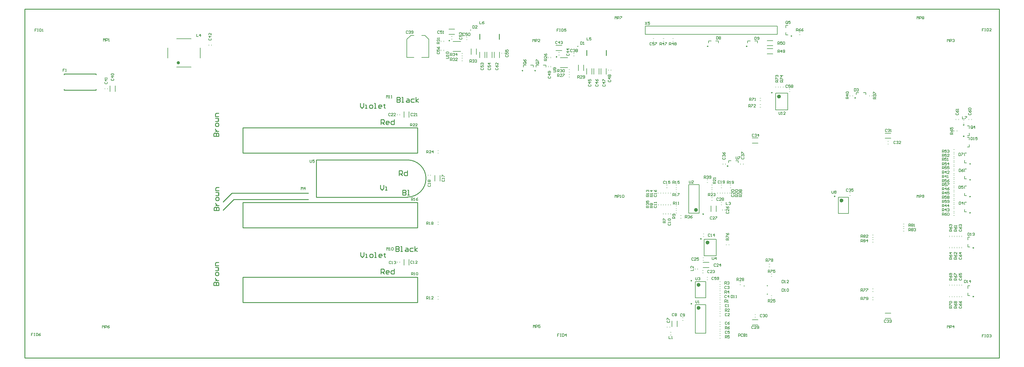
<source format=gto>
G04 Layer_Color=65535*
%FSLAX43Y43*%
%MOMM*%
G71*
G01*
G75*
%ADD29C,0.500*%
%ADD30C,0.250*%
%ADD31C,0.150*%
%ADD34C,0.200*%
%ADD36C,0.254*%
%ADD72C,0.600*%
%ADD73C,0.100*%
D29*
X47500Y90950D02*
G03*
X47500Y90950I-250J0D01*
G01*
D30*
X208250Y36675D02*
G03*
X208250Y36675I-125J0D01*
G01*
X157225Y88525D02*
G03*
X157225Y88525I-125J0D01*
G01*
X249400Y49780D02*
G03*
X249400Y49780I-125J0D01*
G01*
X230075Y81725D02*
G03*
X230075Y81725I-125J0D01*
G01*
X205300Y16685D02*
G03*
X205300Y16685I-125J0D01*
G01*
X205300Y23780D02*
G03*
X205300Y23780I-125J0D01*
G01*
X163800Y92775D02*
G03*
X163800Y92775I-125J0D01*
G01*
X236100Y99200D02*
G03*
X236100Y99200I-125J0D01*
G01*
X292100Y18900D02*
G03*
X292100Y18900I-125J0D01*
G01*
X130800Y97775D02*
G03*
X130800Y97775I-125J0D01*
G01*
X216455Y59095D02*
G03*
X216455Y59095I-125J0D01*
G01*
X208950Y44315D02*
G03*
X208950Y44315I-125J0D01*
G01*
X222325Y96025D02*
G03*
X222325Y96025I-125J0D01*
G01*
X210325D02*
G03*
X210325Y96025I-125J0D01*
G01*
X291100Y59800D02*
G03*
X291100Y59800I-125J0D01*
G01*
Y54900D02*
G03*
X291100Y54900I-125J0D01*
G01*
Y49700D02*
G03*
X291100Y49700I-125J0D01*
G01*
Y44700D02*
G03*
X291100Y44700I-125J0D01*
G01*
X255725Y80125D02*
G03*
X255725Y80125I-125J0D01*
G01*
X292100Y33900D02*
G03*
X292100Y33900I-125J0D01*
G01*
X289150Y71800D02*
G03*
X289150Y71800I-125J0D01*
G01*
Y68300D02*
G03*
X289150Y68300I-125J0D01*
G01*
X153325Y88525D02*
G03*
X153325Y88525I-125J0D01*
G01*
X69250Y48800D02*
X87250D01*
X69250Y50800D02*
X87250D01*
X64300Y48800D02*
X69250D01*
X61000Y45500D02*
X64300Y48800D01*
X63700Y50800D02*
X69250D01*
X61000Y48100D02*
X63700Y50800D01*
D31*
X52900Y99800D02*
Y99000D01*
X53433D01*
X54100D02*
Y99800D01*
X53700Y99400D01*
X54233D01*
X211600Y31050D02*
Y30383D01*
X211733Y30250D01*
X212000D01*
X212133Y30383D01*
Y31050D01*
X212800Y30250D02*
Y31050D01*
X212400Y30650D01*
X212933D01*
X173023Y98708D02*
Y97908D01*
X173556D01*
X174356Y98708D02*
X173823D01*
Y98308D01*
X174089Y98441D01*
X174223D01*
X174356Y98308D01*
Y98041D01*
X174223Y97908D01*
X173956D01*
X173823Y98041D01*
X158067Y91133D02*
X157534D01*
X157400Y91000D01*
Y90733D01*
X157534Y90600D01*
X158067D01*
X158200Y90733D01*
Y91000D01*
X157933Y90867D02*
X158200Y91133D01*
Y91000D02*
X158067Y91133D01*
X157400Y91400D02*
Y91933D01*
X157534D01*
X158067Y91400D01*
X158200D01*
X248435Y51486D02*
Y50819D01*
X248568Y50686D01*
X248834D01*
X248968Y50819D01*
Y51486D01*
X249234Y51352D02*
X249368Y51486D01*
X249634D01*
X249768Y51352D01*
Y51219D01*
X249634Y51086D01*
X249768Y50952D01*
Y50819D01*
X249634Y50686D01*
X249368D01*
X249234Y50819D01*
Y50952D01*
X249368Y51086D01*
X249234Y51219D01*
Y51352D01*
X249368Y51086D02*
X249634D01*
X171100Y97400D02*
Y96600D01*
X171500D01*
X171633Y96733D01*
Y97266D01*
X171500Y97400D01*
X171100D01*
X171900Y96600D02*
X172166D01*
X172033D01*
Y97400D01*
X171900Y97266D01*
X257400Y17900D02*
Y18700D01*
X257800D01*
X257933Y18566D01*
Y18300D01*
X257800Y18167D01*
X257400D01*
X257667D02*
X257933Y17900D01*
X258200Y18700D02*
X258733D01*
Y18566D01*
X258200Y18033D01*
Y17900D01*
X258999Y18033D02*
X259133Y17900D01*
X259399D01*
X259533Y18033D01*
Y18566D01*
X259399Y18700D01*
X259133D01*
X258999Y18566D01*
Y18433D01*
X259133Y18300D01*
X259533D01*
X111400Y33200D02*
Y34000D01*
X111667Y33733D01*
X111933Y34000D01*
Y33200D01*
X112200D02*
X112466D01*
X112333D01*
Y34000D01*
X112200Y33866D01*
X112866D02*
X112999Y34000D01*
X113266D01*
X113399Y33866D01*
Y33333D01*
X113266Y33200D01*
X112999D01*
X112866Y33333D01*
Y33866D01*
X232100Y75800D02*
Y75133D01*
X232233Y75000D01*
X232500D01*
X232633Y75133D01*
Y75800D01*
X232900Y75000D02*
X233166D01*
X233033D01*
Y75800D01*
X232900Y75666D01*
X234099Y75000D02*
X233566D01*
X234099Y75533D01*
Y75666D01*
X233966Y75800D01*
X233699D01*
X233566Y75666D01*
X12279Y89083D02*
X11746D01*
Y88683D01*
X12013D01*
X11746D01*
Y88283D01*
X12546D02*
X12813D01*
X12679D01*
Y89083D01*
X12546Y88949D01*
X119000Y25500D02*
Y26300D01*
X119400D01*
X119533Y26166D01*
Y25900D01*
X119400Y25767D01*
X119000D01*
X119267D02*
X119533Y25500D01*
X119800D02*
X120066D01*
X119933D01*
Y26300D01*
X119800Y26166D01*
X120466D02*
X120599Y26300D01*
X120866D01*
X120999Y26166D01*
Y25633D01*
X120866Y25500D01*
X120599D01*
X120466Y25633D01*
Y26166D01*
X288600Y74400D02*
Y73600D01*
X289133D01*
X289400Y74400D02*
X289933D01*
Y74266D01*
X289400Y73733D01*
Y73600D01*
X117933Y100666D02*
X117800Y100800D01*
X117533D01*
X117400Y100666D01*
Y100133D01*
X117533Y100000D01*
X117800D01*
X117933Y100133D01*
X118200Y100666D02*
X118333Y100800D01*
X118600D01*
X118733Y100666D01*
Y100533D01*
X118600Y100400D01*
X118466D01*
X118600D01*
X118733Y100267D01*
Y100133D01*
X118600Y100000D01*
X118333D01*
X118200Y100133D01*
X118999D02*
X119133Y100000D01*
X119399D01*
X119533Y100133D01*
Y100666D01*
X119399Y100800D01*
X119133D01*
X118999Y100666D01*
Y100533D01*
X119133Y100400D01*
X119533D01*
X191000Y103500D02*
X191533Y102700D01*
Y103500D02*
X191000Y102700D01*
X192333Y103500D02*
X191800D01*
Y103100D01*
X192066Y103233D01*
X192200D01*
X192333Y103100D01*
Y102833D01*
X192200Y102700D01*
X191933D01*
X191800Y102833D01*
X2567Y7591D02*
X2034D01*
Y7191D01*
X2301D01*
X2034D01*
Y6791D01*
X2834Y7591D02*
X3100D01*
X2967D01*
Y6791D01*
X2834D01*
X3100D01*
X3500Y7591D02*
Y6791D01*
X3900D01*
X4033Y6924D01*
Y7457D01*
X3900Y7591D01*
X3500D01*
X4833D02*
X4567Y7457D01*
X4300Y7191D01*
Y6924D01*
X4433Y6791D01*
X4700D01*
X4833Y6924D01*
Y7058D01*
X4700Y7191D01*
X4300D01*
X206500Y17700D02*
Y17033D01*
X206633Y16900D01*
X206900D01*
X207033Y17033D01*
Y17700D01*
X207300Y16900D02*
X207566D01*
X207433D01*
Y17700D01*
X207300Y17566D01*
X206500Y24800D02*
Y24133D01*
X206633Y24000D01*
X206900D01*
X207033Y24133D01*
Y24800D01*
X207300Y24666D02*
X207433Y24800D01*
X207700D01*
X207833Y24666D01*
Y24533D01*
X207700Y24400D01*
X207566D01*
X207700D01*
X207833Y24267D01*
Y24133D01*
X207700Y24000D01*
X207433D01*
X207300Y24133D01*
X199833Y13566D02*
X199700Y13700D01*
X199433D01*
X199300Y13566D01*
Y13033D01*
X199433Y12900D01*
X199700D01*
X199833Y13033D01*
X200100Y13566D02*
X200233Y13700D01*
X200500D01*
X200633Y13566D01*
Y13433D01*
X200500Y13300D01*
X200633Y13167D01*
Y13033D01*
X200500Y12900D01*
X200233D01*
X200100Y13033D01*
Y13167D01*
X200233Y13300D01*
X200100Y13433D01*
Y13566D01*
X200233Y13300D02*
X200500D01*
X286734Y75433D02*
X286600Y75300D01*
Y75033D01*
X286734Y74900D01*
X287267D01*
X287400Y75033D01*
Y75300D01*
X287267Y75433D01*
X286600Y76233D02*
X286734Y75966D01*
X287000Y75700D01*
X287267D01*
X287400Y75833D01*
Y76100D01*
X287267Y76233D01*
X287133D01*
X287000Y76100D01*
Y75700D01*
X287400Y76499D02*
Y76766D01*
Y76633D01*
X286600D01*
X286734Y76499D01*
X87800Y61000D02*
Y60333D01*
X87933Y60200D01*
X88200D01*
X88333Y60333D01*
Y61000D01*
X89133D02*
X88600D01*
Y60600D01*
X88866Y60733D01*
X89000D01*
X89133Y60600D01*
Y60333D01*
X89000Y60200D01*
X88733D01*
X88600Y60333D01*
X23900Y9200D02*
Y10000D01*
X24167Y9733D01*
X24433Y10000D01*
Y9200D01*
X24700D02*
Y10000D01*
X25100D01*
X25233Y9866D01*
Y9600D01*
X25100Y9467D01*
X24700D01*
X26033Y10000D02*
X25766Y9866D01*
X25499Y9600D01*
Y9333D01*
X25633Y9200D01*
X25899D01*
X26033Y9333D01*
Y9467D01*
X25899Y9600D01*
X25499D01*
X181647Y49421D02*
Y50221D01*
X181913Y49954D01*
X182180Y50221D01*
Y49421D01*
X182447D02*
Y50221D01*
X182846D01*
X182980Y50087D01*
Y49821D01*
X182846Y49688D01*
X182447D01*
X183246Y49421D02*
X183513D01*
X183380D01*
Y50221D01*
X183246Y50087D01*
X183913D02*
X184046Y50221D01*
X184313D01*
X184446Y50087D01*
Y49554D01*
X184313Y49421D01*
X184046D01*
X183913Y49554D01*
Y50087D01*
X85100Y51800D02*
Y52600D01*
X85367Y52333D01*
X85633Y52600D01*
Y51800D01*
X86300D02*
Y52600D01*
X85900Y52200D01*
X86433D01*
X170200Y86200D02*
Y87000D01*
X170600D01*
X170733Y86866D01*
Y86600D01*
X170600Y86467D01*
X170200D01*
X170467D02*
X170733Y86200D01*
X171533D02*
X171000D01*
X171533Y86733D01*
Y86866D01*
X171400Y87000D01*
X171133D01*
X171000Y86866D01*
X171799Y86333D02*
X171933Y86200D01*
X172199D01*
X172333Y86333D01*
Y86866D01*
X172199Y87000D01*
X171933D01*
X171799Y86866D01*
Y86733D01*
X171933Y86600D01*
X172333D01*
X162700Y88100D02*
X163367D01*
X163500Y88233D01*
Y88500D01*
X163367Y88633D01*
X162700D01*
X163367Y88900D02*
X163500Y89033D01*
Y89300D01*
X163367Y89433D01*
X162834D01*
X162700Y89300D01*
Y89033D01*
X162834Y88900D01*
X162967D01*
X163100Y89033D01*
Y89433D01*
X257400Y35700D02*
Y36500D01*
X257800D01*
X257933Y36366D01*
Y36100D01*
X257800Y35967D01*
X257400D01*
X257667D02*
X257933Y35700D01*
X258200Y36366D02*
X258333Y36500D01*
X258600D01*
X258733Y36366D01*
Y36233D01*
X258600Y36100D01*
X258733Y35967D01*
Y35833D01*
X258600Y35700D01*
X258333D01*
X258200Y35833D01*
Y35967D01*
X258333Y36100D01*
X258200Y36233D01*
Y36366D01*
X258333Y36100D02*
X258600D01*
X259399Y35700D02*
Y36500D01*
X258999Y36100D01*
X259533D01*
X272100Y39100D02*
Y39900D01*
X272500D01*
X272633Y39766D01*
Y39500D01*
X272500Y39367D01*
X272100D01*
X272367D02*
X272633Y39100D01*
X272900Y39766D02*
X273033Y39900D01*
X273300D01*
X273433Y39766D01*
Y39633D01*
X273300Y39500D01*
X273433Y39367D01*
Y39233D01*
X273300Y39100D01*
X273033D01*
X272900Y39233D01*
Y39367D01*
X273033Y39500D01*
X272900Y39633D01*
Y39766D01*
X273033Y39500D02*
X273300D01*
X273699Y39766D02*
X273833Y39900D01*
X274099D01*
X274233Y39766D01*
Y39633D01*
X274099Y39500D01*
X273966D01*
X274099D01*
X274233Y39367D01*
Y39233D01*
X274099Y39100D01*
X273833D01*
X273699Y39233D01*
X257400Y37100D02*
Y37900D01*
X257800D01*
X257933Y37766D01*
Y37500D01*
X257800Y37367D01*
X257400D01*
X257667D02*
X257933Y37100D01*
X258200Y37766D02*
X258333Y37900D01*
X258600D01*
X258733Y37766D01*
Y37633D01*
X258600Y37500D01*
X258733Y37367D01*
Y37233D01*
X258600Y37100D01*
X258333D01*
X258200Y37233D01*
Y37367D01*
X258333Y37500D01*
X258200Y37633D01*
Y37766D01*
X258333Y37500D02*
X258600D01*
X259533Y37100D02*
X258999D01*
X259533Y37633D01*
Y37766D01*
X259399Y37900D01*
X259133D01*
X258999Y37766D01*
X272100Y40500D02*
Y41300D01*
X272500D01*
X272633Y41166D01*
Y40900D01*
X272500Y40767D01*
X272100D01*
X272367D02*
X272633Y40500D01*
X272900Y41166D02*
X273033Y41300D01*
X273300D01*
X273433Y41166D01*
Y41033D01*
X273300Y40900D01*
X273433Y40767D01*
Y40633D01*
X273300Y40500D01*
X273033D01*
X272900Y40633D01*
Y40767D01*
X273033Y40900D01*
X272900Y41033D01*
Y41166D01*
X273033Y40900D02*
X273300D01*
X273699Y40500D02*
X273966D01*
X273833D01*
Y41300D01*
X273699Y41166D01*
X233400Y85000D02*
X232600D01*
Y85400D01*
X232734Y85533D01*
X233000D01*
X233133Y85400D01*
Y85000D01*
Y85267D02*
X233400Y85533D01*
X232600Y85800D02*
Y86333D01*
X232734D01*
X233267Y85800D01*
X233400D01*
Y86999D02*
X232600D01*
X233000Y86599D01*
Y87133D01*
X231900Y85000D02*
X231100D01*
Y85400D01*
X231234Y85533D01*
X231500D01*
X231633Y85400D01*
Y85000D01*
Y85267D02*
X231900Y85533D01*
X231100Y85800D02*
Y86333D01*
X231234D01*
X231767Y85800D01*
X231900D01*
X231234Y86599D02*
X231100Y86733D01*
Y86999D01*
X231234Y87133D01*
X231367D01*
X231500Y86999D01*
Y86866D01*
Y86999D01*
X231633Y87133D01*
X231767D01*
X231900Y86999D01*
Y86733D01*
X231767Y86599D01*
X222800Y77300D02*
Y78100D01*
X223200D01*
X223333Y77966D01*
Y77700D01*
X223200Y77567D01*
X222800D01*
X223067D02*
X223333Y77300D01*
X223600Y78100D02*
X224133D01*
Y77966D01*
X223600Y77433D01*
Y77300D01*
X224933D02*
X224399D01*
X224933Y77833D01*
Y77966D01*
X224799Y78100D01*
X224533D01*
X224399Y77966D01*
X223100Y79300D02*
Y80100D01*
X223500D01*
X223633Y79966D01*
Y79700D01*
X223500Y79567D01*
X223100D01*
X223367D02*
X223633Y79300D01*
X223900Y80100D02*
X224433D01*
Y79966D01*
X223900Y79433D01*
Y79300D01*
X224699D02*
X224966D01*
X224833D01*
Y80100D01*
X224699Y79966D01*
X285400Y15300D02*
X284600D01*
Y15700D01*
X284734Y15833D01*
X285000D01*
X285133Y15700D01*
Y15300D01*
Y15567D02*
X285400Y15833D01*
X284600Y16100D02*
Y16633D01*
X284734D01*
X285267Y16100D01*
X285400D01*
X284734Y16899D02*
X284600Y17033D01*
Y17299D01*
X284734Y17433D01*
X285267D01*
X285400Y17299D01*
Y17033D01*
X285267Y16899D01*
X284734D01*
X285400Y23940D02*
X284600D01*
Y24340D01*
X284734Y24473D01*
X285000D01*
X285133Y24340D01*
Y23940D01*
Y24207D02*
X285400Y24473D01*
X284600Y25273D02*
X284734Y25006D01*
X285000Y24740D01*
X285267D01*
X285400Y24873D01*
Y25140D01*
X285267Y25273D01*
X285133D01*
X285000Y25140D01*
Y24740D01*
X285267Y25539D02*
X285400Y25673D01*
Y25939D01*
X285267Y26073D01*
X284734D01*
X284600Y25939D01*
Y25673D01*
X284734Y25539D01*
X284867D01*
X285000Y25673D01*
Y26073D01*
X286900Y15300D02*
X286100D01*
Y15700D01*
X286234Y15833D01*
X286500D01*
X286633Y15700D01*
Y15300D01*
Y15567D02*
X286900Y15833D01*
X286100Y16633D02*
X286234Y16366D01*
X286500Y16100D01*
X286767D01*
X286900Y16233D01*
Y16500D01*
X286767Y16633D01*
X286633D01*
X286500Y16500D01*
Y16100D01*
X286234Y16899D02*
X286100Y17033D01*
Y17299D01*
X286234Y17433D01*
X286367D01*
X286500Y17299D01*
X286633Y17433D01*
X286767D01*
X286900Y17299D01*
Y17033D01*
X286767Y16899D01*
X286633D01*
X286500Y17033D01*
X286367Y16899D01*
X286234D01*
X286500Y17033D02*
Y17299D01*
X286900Y23940D02*
X286100D01*
Y24340D01*
X286234Y24473D01*
X286500D01*
X286633Y24340D01*
Y23940D01*
Y24207D02*
X286900Y24473D01*
X286100Y25273D02*
X286234Y25006D01*
X286500Y24740D01*
X286767D01*
X286900Y24873D01*
Y25140D01*
X286767Y25273D01*
X286633D01*
X286500Y25140D01*
Y24740D01*
X286100Y25539D02*
Y26073D01*
X286234D01*
X286767Y25539D01*
X286900D01*
X237500Y100700D02*
Y101500D01*
X237900D01*
X238033Y101366D01*
Y101100D01*
X237900Y100967D01*
X237500D01*
X237767D02*
X238033Y100700D01*
X238833Y101500D02*
X238566Y101366D01*
X238300Y101100D01*
Y100833D01*
X238433Y100700D01*
X238700D01*
X238833Y100833D01*
Y100967D01*
X238700Y101100D01*
X238300D01*
X239633Y101500D02*
X239366Y101366D01*
X239099Y101100D01*
Y100833D01*
X239233Y100700D01*
X239499D01*
X239633Y100833D01*
Y100967D01*
X239499Y101100D01*
X239099D01*
X234833Y103133D02*
Y103666D01*
X234700Y103800D01*
X234433D01*
X234300Y103666D01*
Y103133D01*
X234433Y103000D01*
X234700D01*
X234567Y103267D02*
X234833Y103000D01*
X234700D02*
X234833Y103133D01*
X235633Y103800D02*
X235100D01*
Y103400D01*
X235366Y103533D01*
X235500D01*
X235633Y103400D01*
Y103133D01*
X235500Y103000D01*
X235233D01*
X235100Y103133D01*
X289234Y23965D02*
Y23165D01*
X289634D01*
X289767Y23299D01*
Y23832D01*
X289634Y23965D01*
X289234D01*
X290034Y23165D02*
X290300D01*
X290167D01*
Y23965D01*
X290034Y23832D01*
X291100Y23165D02*
Y23965D01*
X290700Y23565D01*
X291233D01*
X287734Y15833D02*
X287600Y15700D01*
Y15433D01*
X287734Y15300D01*
X288267D01*
X288400Y15433D01*
Y15700D01*
X288267Y15833D01*
X287600Y16633D02*
X287734Y16366D01*
X288000Y16100D01*
X288267D01*
X288400Y16233D01*
Y16500D01*
X288267Y16633D01*
X288133D01*
X288000Y16500D01*
Y16100D01*
X287600Y17433D02*
X287734Y17166D01*
X288000Y16899D01*
X288267D01*
X288400Y17033D01*
Y17299D01*
X288267Y17433D01*
X288133D01*
X288000Y17299D01*
Y16899D01*
X287734Y24473D02*
X287600Y24340D01*
Y24073D01*
X287734Y23940D01*
X288267D01*
X288400Y24073D01*
Y24340D01*
X288267Y24473D01*
X287600Y25273D02*
X287734Y25006D01*
X288000Y24740D01*
X288267D01*
X288400Y24873D01*
Y25140D01*
X288267Y25273D01*
X288133D01*
X288000Y25140D01*
Y24740D01*
X287600Y26073D02*
Y25539D01*
X288000D01*
X287867Y25806D01*
Y25939D01*
X288000Y26073D01*
X288267D01*
X288400Y25939D01*
Y25673D01*
X288267Y25539D01*
X287734Y30933D02*
X287600Y30800D01*
Y30533D01*
X287734Y30400D01*
X288267D01*
X288400Y30533D01*
Y30800D01*
X288267Y30933D01*
X287600Y31733D02*
X287734Y31466D01*
X288000Y31200D01*
X288267D01*
X288400Y31333D01*
Y31600D01*
X288267Y31733D01*
X288133D01*
X288000Y31600D01*
Y31200D01*
X288400Y32399D02*
X287600D01*
X288000Y31999D01*
Y32533D01*
X287734Y39533D02*
X287600Y39400D01*
Y39133D01*
X287734Y39000D01*
X288267D01*
X288400Y39133D01*
Y39400D01*
X288267Y39533D01*
X287600Y40333D02*
X287734Y40066D01*
X288000Y39800D01*
X288267D01*
X288400Y39933D01*
Y40200D01*
X288267Y40333D01*
X288133D01*
X288000Y40200D01*
Y39800D01*
X287734Y40599D02*
X287600Y40733D01*
Y40999D01*
X287734Y41133D01*
X287867D01*
X288000Y40999D01*
Y40866D01*
Y40999D01*
X288133Y41133D01*
X288267D01*
X288400Y40999D01*
Y40733D01*
X288267Y40599D01*
X145034Y89333D02*
X144900Y89200D01*
Y88933D01*
X145034Y88800D01*
X145567D01*
X145700Y88933D01*
Y89200D01*
X145567Y89333D01*
X144900Y90133D02*
X145034Y89866D01*
X145300Y89600D01*
X145567D01*
X145700Y89733D01*
Y90000D01*
X145567Y90133D01*
X145433D01*
X145300Y90000D01*
Y89600D01*
X145700Y90933D02*
Y90399D01*
X145167Y90933D01*
X145034D01*
X144900Y90799D01*
Y90533D01*
X145034Y90399D01*
X209100Y55300D02*
Y56100D01*
X209500D01*
X209633Y55966D01*
Y55700D01*
X209500Y55567D01*
X209100D01*
X209367D02*
X209633Y55300D01*
X209900Y55966D02*
X210033Y56100D01*
X210300D01*
X210433Y55966D01*
Y55833D01*
X210300Y55700D01*
X210166D01*
X210300D01*
X210433Y55567D01*
Y55433D01*
X210300Y55300D01*
X210033D01*
X209900Y55433D01*
X210699D02*
X210833Y55300D01*
X211099D01*
X211233Y55433D01*
Y55966D01*
X211099Y56100D01*
X210833D01*
X210699Y55966D01*
Y55833D01*
X210833Y55700D01*
X211233D01*
X220700Y49700D02*
X219900D01*
Y50100D01*
X220034Y50233D01*
X220300D01*
X220433Y50100D01*
Y49700D01*
Y49967D02*
X220700Y50233D01*
X220034Y50500D02*
X219900Y50633D01*
Y50900D01*
X220034Y51033D01*
X220167D01*
X220300Y50900D01*
Y50766D01*
Y50900D01*
X220433Y51033D01*
X220567D01*
X220700Y50900D01*
Y50633D01*
X220567Y50500D01*
X220034Y51299D02*
X219900Y51433D01*
Y51699D01*
X220034Y51833D01*
X220167D01*
X220300Y51699D01*
X220433Y51833D01*
X220567D01*
X220700Y51699D01*
Y51433D01*
X220567Y51299D01*
X220433D01*
X220300Y51433D01*
X220167Y51299D01*
X220034D01*
X220300Y51433D02*
Y51699D01*
X203300Y43100D02*
Y43900D01*
X203700D01*
X203833Y43766D01*
Y43500D01*
X203700Y43367D01*
X203300D01*
X203567D02*
X203833Y43100D01*
X204100Y43766D02*
X204233Y43900D01*
X204500D01*
X204633Y43766D01*
Y43633D01*
X204500Y43500D01*
X204366D01*
X204500D01*
X204633Y43367D01*
Y43233D01*
X204500Y43100D01*
X204233D01*
X204100Y43233D01*
X205433Y43900D02*
X205166Y43766D01*
X204899Y43500D01*
Y43233D01*
X205033Y43100D01*
X205299D01*
X205433Y43233D01*
Y43367D01*
X205299Y43500D01*
X204899D01*
X192100Y46300D02*
X191300D01*
Y46700D01*
X191434Y46833D01*
X191700D01*
X191833Y46700D01*
Y46300D01*
Y46567D02*
X192100Y46833D01*
X191434Y47100D02*
X191300Y47233D01*
Y47500D01*
X191434Y47633D01*
X191567D01*
X191700Y47500D01*
Y47366D01*
Y47500D01*
X191833Y47633D01*
X191967D01*
X192100Y47500D01*
Y47233D01*
X191967Y47100D01*
X191300Y48433D02*
Y47899D01*
X191700D01*
X191567Y48166D01*
Y48299D01*
X191700Y48433D01*
X191967D01*
X192100Y48299D01*
Y48033D01*
X191967Y47899D01*
X233100Y23900D02*
Y23100D01*
X233500D01*
X233633Y23233D01*
Y23766D01*
X233500Y23900D01*
X233100D01*
X233900Y23100D02*
X234166D01*
X234033D01*
Y23900D01*
X233900Y23766D01*
X235099Y23100D02*
X234566D01*
X235099Y23633D01*
Y23766D01*
X234966Y23900D01*
X234699D01*
X234566Y23766D01*
X217400Y19300D02*
Y18500D01*
X217800D01*
X217933Y18633D01*
Y19166D01*
X217800Y19300D01*
X217400D01*
X218200Y18500D02*
X218466D01*
X218333D01*
Y19300D01*
X218200Y19166D01*
X218866Y18500D02*
X219133D01*
X218999D01*
Y19300D01*
X218866Y19166D01*
X233100Y21300D02*
Y20500D01*
X233500D01*
X233633Y20633D01*
Y21166D01*
X233500Y21300D01*
X233100D01*
X233900Y20500D02*
X234166D01*
X234033D01*
Y21300D01*
X233900Y21166D01*
X234566D02*
X234699Y21300D01*
X234966D01*
X235099Y21166D01*
Y20633D01*
X234966Y20500D01*
X234699D01*
X234566Y20633D01*
Y21166D01*
X212033Y24766D02*
X211900Y24900D01*
X211633D01*
X211500Y24766D01*
Y24233D01*
X211633Y24100D01*
X211900D01*
X212033Y24233D01*
X212833Y24900D02*
X212300D01*
Y24500D01*
X212566Y24633D01*
X212700D01*
X212833Y24500D01*
Y24233D01*
X212700Y24100D01*
X212433D01*
X212300Y24233D01*
X213099D02*
X213233Y24100D01*
X213499D01*
X213633Y24233D01*
Y24766D01*
X213499Y24900D01*
X213233D01*
X213099Y24766D01*
Y24633D01*
X213233Y24500D01*
X213633D01*
X111300Y80100D02*
Y80900D01*
X111567Y80633D01*
X111833Y80900D01*
Y80100D01*
X112100D02*
X112366D01*
X112233D01*
Y80900D01*
X112100Y80766D01*
X112766Y80100D02*
X113033D01*
X112899D01*
Y80900D01*
X112766Y80766D01*
X129700Y92300D02*
X130367D01*
X130500Y92433D01*
Y92700D01*
X130367Y92833D01*
X129700D01*
X130500Y93100D02*
Y93366D01*
Y93233D01*
X129700D01*
X129834Y93100D01*
Y93766D02*
X129700Y93899D01*
Y94166D01*
X129834Y94299D01*
X130367D01*
X130500Y94166D01*
Y93899D01*
X130367Y93766D01*
X129834D01*
X218900Y62000D02*
Y61333D01*
X219033Y61200D01*
X219300D01*
X219433Y61333D01*
Y62000D01*
X219700D02*
X220233D01*
Y61866D01*
X219700Y61333D01*
Y61200D01*
X204500Y54600D02*
Y53933D01*
X204633Y53800D01*
X204900D01*
X205033Y53933D01*
Y54600D01*
X205833Y53800D02*
X205300D01*
X205833Y54333D01*
Y54466D01*
X205700Y54600D01*
X205433D01*
X205300Y54466D01*
X231800Y96600D02*
Y97400D01*
X232200D01*
X232333Y97266D01*
Y97000D01*
X232200Y96867D01*
X231800D01*
X232067D02*
X232333Y96600D01*
X233133Y97400D02*
X232600D01*
Y97000D01*
X232866Y97133D01*
X233000D01*
X233133Y97000D01*
Y96733D01*
X233000Y96600D01*
X232733D01*
X232600Y96733D01*
X233399Y97266D02*
X233533Y97400D01*
X233799D01*
X233933Y97266D01*
Y96733D01*
X233799Y96600D01*
X233533D01*
X233399Y96733D01*
Y97266D01*
X231800Y94100D02*
Y94900D01*
X232200D01*
X232333Y94766D01*
Y94500D01*
X232200Y94367D01*
X231800D01*
X232067D02*
X232333Y94100D01*
X233000D02*
Y94900D01*
X232600Y94500D01*
X233133D01*
X233399Y94233D02*
X233533Y94100D01*
X233799D01*
X233933Y94233D01*
Y94766D01*
X233799Y94900D01*
X233533D01*
X233399Y94766D01*
Y94633D01*
X233533Y94500D01*
X233933D01*
X198400Y96400D02*
Y97200D01*
X198800D01*
X198933Y97066D01*
Y96800D01*
X198800Y96667D01*
X198400D01*
X198667D02*
X198933Y96400D01*
X199600D02*
Y97200D01*
X199200Y96800D01*
X199733D01*
X199999Y97066D02*
X200133Y97200D01*
X200399D01*
X200533Y97066D01*
Y96933D01*
X200399Y96800D01*
X200533Y96667D01*
Y96533D01*
X200399Y96400D01*
X200133D01*
X199999Y96533D01*
Y96667D01*
X200133Y96800D01*
X199999Y96933D01*
Y97066D01*
X200133Y96800D02*
X200399D01*
X195500Y96400D02*
Y97200D01*
X195900D01*
X196033Y97066D01*
Y96800D01*
X195900Y96667D01*
X195500D01*
X195767D02*
X196033Y96400D01*
X196700D02*
Y97200D01*
X196300Y96800D01*
X196833D01*
X197099Y97200D02*
X197633D01*
Y97066D01*
X197099Y96533D01*
Y96400D01*
X282400Y51700D02*
Y52500D01*
X282800D01*
X282933Y52366D01*
Y52100D01*
X282800Y51967D01*
X282400D01*
X282667D02*
X282933Y51700D01*
X283600D02*
Y52500D01*
X283200Y52100D01*
X283733D01*
X284533Y52500D02*
X284266Y52366D01*
X283999Y52100D01*
Y51833D01*
X284133Y51700D01*
X284399D01*
X284533Y51833D01*
Y51967D01*
X284399Y52100D01*
X283999D01*
X282400Y50400D02*
Y51200D01*
X282800D01*
X282933Y51066D01*
Y50800D01*
X282800Y50667D01*
X282400D01*
X282667D02*
X282933Y50400D01*
X283600D02*
Y51200D01*
X283200Y50800D01*
X283733D01*
X284533Y51200D02*
X283999D01*
Y50800D01*
X284266Y50933D01*
X284399D01*
X284533Y50800D01*
Y50533D01*
X284399Y50400D01*
X284133D01*
X283999Y50533D01*
X282400Y46500D02*
Y47300D01*
X282800D01*
X282933Y47166D01*
Y46900D01*
X282800Y46767D01*
X282400D01*
X282667D02*
X282933Y46500D01*
X283600D02*
Y47300D01*
X283200Y46900D01*
X283733D01*
X284399Y46500D02*
Y47300D01*
X283999Y46900D01*
X284533D01*
X282400Y45200D02*
Y46000D01*
X282800D01*
X282933Y45866D01*
Y45600D01*
X282800Y45467D01*
X282400D01*
X282667D02*
X282933Y45200D01*
X283600D02*
Y46000D01*
X283200Y45600D01*
X283733D01*
X283999Y45866D02*
X284133Y46000D01*
X284399D01*
X284533Y45866D01*
Y45733D01*
X284399Y45600D01*
X284266D01*
X284399D01*
X284533Y45467D01*
Y45333D01*
X284399Y45200D01*
X284133D01*
X283999Y45333D01*
X253600Y79900D02*
X252800D01*
Y80300D01*
X252934Y80433D01*
X253200D01*
X253333Y80300D01*
Y79900D01*
Y80167D02*
X253600Y80433D01*
Y81100D02*
X252800D01*
X253200Y80700D01*
Y81233D01*
X252934Y81499D02*
X252800Y81633D01*
Y81899D01*
X252934Y82033D01*
X253467D01*
X253600Y81899D01*
Y81633D01*
X253467Y81499D01*
X252934D01*
X262000Y79800D02*
X261200D01*
Y80200D01*
X261334Y80333D01*
X261600D01*
X261733Y80200D01*
Y79800D01*
Y80067D02*
X262000Y80333D01*
X261334Y80600D02*
X261200Y80733D01*
Y81000D01*
X261334Y81133D01*
X261467D01*
X261600Y81000D01*
Y80866D01*
Y81000D01*
X261733Y81133D01*
X261867D01*
X262000Y81000D01*
Y80733D01*
X261867Y80600D01*
X261200Y81399D02*
Y81933D01*
X261334D01*
X261867Y81399D01*
X262000D01*
X131000Y93100D02*
Y93900D01*
X131400D01*
X131533Y93766D01*
Y93500D01*
X131400Y93367D01*
X131000D01*
X131267D02*
X131533Y93100D01*
X131800Y93766D02*
X131933Y93900D01*
X132200D01*
X132333Y93766D01*
Y93633D01*
X132200Y93500D01*
X132066D01*
X132200D01*
X132333Y93367D01*
Y93233D01*
X132200Y93100D01*
X131933D01*
X131800Y93233D01*
X132999Y93100D02*
Y93900D01*
X132599Y93500D01*
X133133D01*
X137000Y91100D02*
Y91900D01*
X137400D01*
X137533Y91766D01*
Y91500D01*
X137400Y91367D01*
X137000D01*
X137267D02*
X137533Y91100D01*
X137800Y91766D02*
X137933Y91900D01*
X138200D01*
X138333Y91766D01*
Y91633D01*
X138200Y91500D01*
X138066D01*
X138200D01*
X138333Y91367D01*
Y91233D01*
X138200Y91100D01*
X137933D01*
X137800Y91233D01*
X138600Y91766D02*
X138733Y91900D01*
X138999D01*
X139133Y91766D01*
Y91633D01*
X138999Y91500D01*
X138866D01*
X138999D01*
X139133Y91367D01*
Y91233D01*
X138999Y91100D01*
X138733D01*
X138600Y91233D01*
X131000Y91600D02*
Y92400D01*
X131400D01*
X131533Y92266D01*
Y92000D01*
X131400Y91867D01*
X131000D01*
X131267D02*
X131533Y91600D01*
X131800Y92266D02*
X131933Y92400D01*
X132200D01*
X132333Y92266D01*
Y92133D01*
X132200Y92000D01*
X132066D01*
X132200D01*
X132333Y91867D01*
Y91733D01*
X132200Y91600D01*
X131933D01*
X131800Y91733D01*
X133133Y91600D02*
X132599D01*
X133133Y92133D01*
Y92266D01*
X132999Y92400D01*
X132733D01*
X132599Y92266D01*
X127700Y96800D02*
X126900D01*
Y97200D01*
X127034Y97333D01*
X127300D01*
X127433Y97200D01*
Y96800D01*
Y97067D02*
X127700Y97333D01*
X127034Y97600D02*
X126900Y97733D01*
Y98000D01*
X127034Y98133D01*
X127167D01*
X127300Y98000D01*
Y97866D01*
Y98000D01*
X127433Y98133D01*
X127567D01*
X127700Y98000D01*
Y97733D01*
X127567Y97600D01*
X127700Y98399D02*
Y98666D01*
Y98533D01*
X126900D01*
X127034Y98399D01*
X164000Y88100D02*
Y88900D01*
X164400D01*
X164533Y88766D01*
Y88500D01*
X164400Y88367D01*
X164000D01*
X164267D02*
X164533Y88100D01*
X164800Y88766D02*
X164933Y88900D01*
X165200D01*
X165333Y88766D01*
Y88633D01*
X165200Y88500D01*
X165066D01*
X165200D01*
X165333Y88367D01*
Y88233D01*
X165200Y88100D01*
X164933D01*
X164800Y88233D01*
X165599Y88766D02*
X165733Y88900D01*
X165999D01*
X166133Y88766D01*
Y88233D01*
X165999Y88100D01*
X165733D01*
X165599Y88233D01*
Y88766D01*
X164000Y86700D02*
Y87500D01*
X164400D01*
X164533Y87366D01*
Y87100D01*
X164400Y86967D01*
X164000D01*
X164267D02*
X164533Y86700D01*
X165333D02*
X164800D01*
X165333Y87233D01*
Y87366D01*
X165200Y87500D01*
X164933D01*
X164800Y87366D01*
X165599Y87500D02*
X166133D01*
Y87366D01*
X165599Y86833D01*
Y86700D01*
X160700Y91600D02*
X159900D01*
Y92000D01*
X160034Y92133D01*
X160300D01*
X160433Y92000D01*
Y91600D01*
Y91867D02*
X160700Y92133D01*
Y92933D02*
Y92400D01*
X160167Y92933D01*
X160034D01*
X159900Y92800D01*
Y92533D01*
X160034Y92400D01*
X159900Y93733D02*
X160034Y93466D01*
X160300Y93199D01*
X160567D01*
X160700Y93333D01*
Y93599D01*
X160567Y93733D01*
X160433D01*
X160300Y93599D01*
Y93199D01*
X123700Y63100D02*
Y63900D01*
X124100D01*
X124233Y63766D01*
Y63500D01*
X124100Y63367D01*
X123700D01*
X123967D02*
X124233Y63100D01*
X125033D02*
X124500D01*
X125033Y63633D01*
Y63766D01*
X124900Y63900D01*
X124633D01*
X124500Y63766D01*
X125699Y63100D02*
Y63900D01*
X125299Y63500D01*
X125833D01*
X210400Y49900D02*
Y50700D01*
X210800D01*
X210933Y50566D01*
Y50300D01*
X210800Y50167D01*
X210400D01*
X210667D02*
X210933Y49900D01*
X211733D02*
X211200D01*
X211733Y50433D01*
Y50566D01*
X211600Y50700D01*
X211333D01*
X211200Y50566D01*
X211999D02*
X212133Y50700D01*
X212399D01*
X212533Y50566D01*
Y50433D01*
X212399Y50300D01*
X212266D01*
X212399D01*
X212533Y50167D01*
Y50033D01*
X212399Y49900D01*
X212133D01*
X211999Y50033D01*
X118700Y71400D02*
Y72200D01*
X119100D01*
X119233Y72066D01*
Y71800D01*
X119100Y71667D01*
X118700D01*
X118967D02*
X119233Y71400D01*
X120033D02*
X119500D01*
X120033Y71933D01*
Y72066D01*
X119900Y72200D01*
X119633D01*
X119500Y72066D01*
X120833Y71400D02*
X120299D01*
X120833Y71933D01*
Y72066D01*
X120699Y72200D01*
X120433D01*
X120299Y72066D01*
X212700Y53700D02*
X211900D01*
Y54100D01*
X212034Y54233D01*
X212300D01*
X212433Y54100D01*
Y53700D01*
Y53967D02*
X212700Y54233D01*
Y55033D02*
Y54500D01*
X212167Y55033D01*
X212034D01*
X211900Y54900D01*
Y54633D01*
X212034Y54500D01*
X212700Y55299D02*
Y55566D01*
Y55433D01*
X211900D01*
X212034Y55299D01*
X219500Y49700D02*
X218700D01*
Y50100D01*
X218834Y50233D01*
X219100D01*
X219233Y50100D01*
Y49700D01*
Y49967D02*
X219500Y50233D01*
Y51033D02*
Y50500D01*
X218967Y51033D01*
X218834D01*
X218700Y50900D01*
Y50633D01*
X218834Y50500D01*
Y51299D02*
X218700Y51433D01*
Y51699D01*
X218834Y51833D01*
X219367D01*
X219500Y51699D01*
Y51433D01*
X219367Y51299D01*
X218834D01*
X216200Y53700D02*
Y54500D01*
X216600D01*
X216733Y54366D01*
Y54100D01*
X216600Y53967D01*
X216200D01*
X216467D02*
X216733Y53700D01*
X217000D02*
X217266D01*
X217133D01*
Y54500D01*
X217000Y54366D01*
X217666Y53833D02*
X217799Y53700D01*
X218066D01*
X218199Y53833D01*
Y54366D01*
X218066Y54500D01*
X217799D01*
X217666Y54366D01*
Y54233D01*
X217799Y54100D01*
X218199D01*
X123700Y41100D02*
Y41900D01*
X124100D01*
X124233Y41766D01*
Y41500D01*
X124100Y41367D01*
X123700D01*
X123967D02*
X124233Y41100D01*
X124500D02*
X124766D01*
X124633D01*
Y41900D01*
X124500Y41766D01*
X125166D02*
X125299Y41900D01*
X125566D01*
X125699Y41766D01*
Y41633D01*
X125566Y41500D01*
X125699Y41367D01*
Y41233D01*
X125566Y41100D01*
X125299D01*
X125166Y41233D01*
Y41367D01*
X125299Y41500D01*
X125166Y41633D01*
Y41766D01*
X125299Y41500D02*
X125566D01*
X199500Y49900D02*
Y50700D01*
X199900D01*
X200033Y50566D01*
Y50300D01*
X199900Y50167D01*
X199500D01*
X199767D02*
X200033Y49900D01*
X200300D02*
X200566D01*
X200433D01*
Y50700D01*
X200300Y50566D01*
X200966Y50700D02*
X201499D01*
Y50566D01*
X200966Y50033D01*
Y49900D01*
X119000Y48500D02*
Y49300D01*
X119400D01*
X119533Y49166D01*
Y48900D01*
X119400Y48767D01*
X119000D01*
X119267D02*
X119533Y48500D01*
X119800D02*
X120066D01*
X119933D01*
Y49300D01*
X119800Y49166D01*
X120999Y49300D02*
X120733Y49166D01*
X120466Y48900D01*
Y48633D01*
X120599Y48500D01*
X120866D01*
X120999Y48633D01*
Y48767D01*
X120866Y48900D01*
X120466D01*
X199500Y53700D02*
Y54500D01*
X199900D01*
X200033Y54366D01*
Y54100D01*
X199900Y53967D01*
X199500D01*
X199767D02*
X200033Y53700D01*
X200300D02*
X200566D01*
X200433D01*
Y54500D01*
X200300Y54366D01*
X201499Y54500D02*
X200966D01*
Y54100D01*
X201233Y54233D01*
X201366D01*
X201499Y54100D01*
Y53833D01*
X201366Y53700D01*
X201099D01*
X200966Y53833D01*
X193300Y49700D02*
X192500D01*
Y50100D01*
X192634Y50233D01*
X192900D01*
X193033Y50100D01*
Y49700D01*
Y49967D02*
X193300Y50233D01*
Y50500D02*
Y50766D01*
Y50633D01*
X192500D01*
X192634Y50500D01*
X193300Y51566D02*
X192500D01*
X192900Y51166D01*
Y51699D01*
X192100Y49700D02*
X191300D01*
Y50100D01*
X191434Y50233D01*
X191700D01*
X191833Y50100D01*
Y49700D01*
Y49967D02*
X192100Y50233D01*
Y50500D02*
Y50766D01*
Y50633D01*
X191300D01*
X191434Y50500D01*
Y51166D02*
X191300Y51299D01*
Y51566D01*
X191434Y51699D01*
X191567D01*
X191700Y51566D01*
Y51433D01*
Y51566D01*
X191833Y51699D01*
X191967D01*
X192100Y51566D01*
Y51299D01*
X191967Y51166D01*
X123700Y18100D02*
Y18900D01*
X124100D01*
X124233Y18766D01*
Y18500D01*
X124100Y18367D01*
X123700D01*
X123967D02*
X124233Y18100D01*
X124500D02*
X124766D01*
X124633D01*
Y18900D01*
X124500Y18766D01*
X125699Y18100D02*
X125166D01*
X125699Y18633D01*
Y18766D01*
X125566Y18900D01*
X125299D01*
X125166Y18766D01*
X199600Y47300D02*
Y48100D01*
X200000D01*
X200133Y47966D01*
Y47700D01*
X200000Y47567D01*
X199600D01*
X199867D02*
X200133Y47300D01*
X200400D02*
X200666D01*
X200533D01*
Y48100D01*
X200400Y47966D01*
X201066Y47300D02*
X201333D01*
X201199D01*
Y48100D01*
X201066Y47966D01*
X200200Y43000D02*
X199400D01*
Y43400D01*
X199534Y43533D01*
X199800D01*
X199933Y43400D01*
Y43000D01*
Y43267D02*
X200200Y43533D01*
X200067Y43800D02*
X200200Y43933D01*
Y44200D01*
X200067Y44333D01*
X199534D01*
X199400Y44200D01*
Y43933D01*
X199534Y43800D01*
X199667D01*
X199800Y43933D01*
Y44333D01*
X193300Y46300D02*
X192500D01*
Y46700D01*
X192634Y46833D01*
X192900D01*
X193033Y46700D01*
Y46300D01*
Y46567D02*
X193300Y46833D01*
X192634Y47100D02*
X192500Y47233D01*
Y47500D01*
X192634Y47633D01*
X192767D01*
X192900Y47500D01*
X193033Y47633D01*
X193167D01*
X193300Y47500D01*
Y47233D01*
X193167Y47100D01*
X193033D01*
X192900Y47233D01*
X192767Y47100D01*
X192634D01*
X192900Y47233D02*
Y47500D01*
X197300Y41600D02*
X196500D01*
Y42000D01*
X196634Y42133D01*
X196900D01*
X197033Y42000D01*
Y41600D01*
Y41867D02*
X197300Y42133D01*
X196500Y42400D02*
Y42933D01*
X196634D01*
X197167Y42400D01*
X197300D01*
X215600Y8900D02*
Y9700D01*
X216000D01*
X216133Y9566D01*
Y9300D01*
X216000Y9167D01*
X215600D01*
X215867D02*
X216133Y8900D01*
X216933Y9700D02*
X216666Y9566D01*
X216400Y9300D01*
Y9033D01*
X216533Y8900D01*
X216800D01*
X216933Y9033D01*
Y9167D01*
X216800Y9300D01*
X216400D01*
X215600Y6100D02*
Y6900D01*
X216000D01*
X216133Y6766D01*
Y6500D01*
X216000Y6367D01*
X215600D01*
X215867D02*
X216133Y6100D01*
X216933Y6900D02*
X216400D01*
Y6500D01*
X216666Y6633D01*
X216800D01*
X216933Y6500D01*
Y6233D01*
X216800Y6100D01*
X216533D01*
X216400Y6233D01*
X215500Y19900D02*
Y20700D01*
X215900D01*
X216033Y20566D01*
Y20300D01*
X215900Y20167D01*
X215500D01*
X215767D02*
X216033Y19900D01*
X216700D02*
Y20700D01*
X216300Y20300D01*
X216833D01*
X215500Y22700D02*
Y23500D01*
X215900D01*
X216033Y23366D01*
Y23100D01*
X215900Y22967D01*
X215500D01*
X215767D02*
X216033Y22700D01*
X216300Y23366D02*
X216433Y23500D01*
X216700D01*
X216833Y23366D01*
Y23233D01*
X216700Y23100D01*
X216566D01*
X216700D01*
X216833Y22967D01*
Y22833D01*
X216700Y22700D01*
X216433D01*
X216300Y22833D01*
X215600Y14300D02*
Y15100D01*
X216000D01*
X216133Y14966D01*
Y14700D01*
X216000Y14567D01*
X215600D01*
X215867D02*
X216133Y14300D01*
X216933D02*
X216400D01*
X216933Y14833D01*
Y14966D01*
X216800Y15100D01*
X216533D01*
X216400Y14966D01*
X215500Y17100D02*
Y17900D01*
X215900D01*
X216033Y17766D01*
Y17500D01*
X215900Y17367D01*
X215500D01*
X215767D02*
X216033Y17100D01*
X216300D02*
X216566D01*
X216433D01*
Y17900D01*
X216300Y17766D01*
X219685Y6602D02*
Y7402D01*
X220085D01*
X220218Y7269D01*
Y7002D01*
X220085Y6869D01*
X219685D01*
X221018Y7269D02*
X220885Y7402D01*
X220618D01*
X220485Y7269D01*
Y6735D01*
X220618Y6602D01*
X220885D01*
X221018Y6735D01*
X221285Y7402D02*
Y6602D01*
X221685D01*
X221818Y6735D01*
Y6869D01*
X221685Y7002D01*
X221285D01*
X221685D01*
X221818Y7135D01*
Y7269D01*
X221685Y7402D01*
X221285D01*
X222084Y6602D02*
X222351D01*
X222218D01*
Y7402D01*
X222084Y7269D01*
X140016Y103714D02*
Y102915D01*
X140550D01*
X141349Y103714D02*
X141083Y103581D01*
X140816Y103314D01*
Y103048D01*
X140949Y102915D01*
X141216D01*
X141349Y103048D01*
Y103181D01*
X141216Y103314D01*
X140816D01*
X215900Y48000D02*
Y47200D01*
X216433D01*
X216700Y47866D02*
X216833Y48000D01*
X217100D01*
X217233Y47866D01*
Y47733D01*
X217100Y47600D01*
X216966D01*
X217100D01*
X217233Y47467D01*
Y47333D01*
X217100Y47200D01*
X216833D01*
X216700Y47333D01*
X205000Y26900D02*
X205800D01*
Y27433D01*
Y28233D02*
Y27700D01*
X205267Y28233D01*
X205134D01*
X205000Y28100D01*
Y27833D01*
X205134Y27700D01*
X198300Y6700D02*
Y5900D01*
X198833D01*
X199100D02*
X199366D01*
X199233D01*
Y6700D01*
X199100Y6566D01*
X295233Y7200D02*
X294700D01*
Y6800D01*
X294967D01*
X294700D01*
Y6400D01*
X295500Y7200D02*
X295766D01*
X295633D01*
Y6400D01*
X295500D01*
X295766D01*
X296166Y7200D02*
Y6400D01*
X296566D01*
X296699Y6533D01*
Y7066D01*
X296566Y7200D01*
X296166D01*
X296966Y7066D02*
X297099Y7200D01*
X297366D01*
X297499Y7066D01*
Y6933D01*
X297366Y6800D01*
X297233D01*
X297366D01*
X297499Y6667D01*
Y6533D01*
X297366Y6400D01*
X297099D01*
X296966Y6533D01*
X295233Y101500D02*
X294700D01*
Y101100D01*
X294967D01*
X294700D01*
Y100700D01*
X295500Y101500D02*
X295766D01*
X295633D01*
Y100700D01*
X295500D01*
X295766D01*
X296166Y101500D02*
Y100700D01*
X296566D01*
X296699Y100833D01*
Y101366D01*
X296566Y101500D01*
X296166D01*
X297499Y100700D02*
X296966D01*
X297499Y101233D01*
Y101366D01*
X297366Y101500D01*
X297099D01*
X296966Y101366D01*
X3633Y101400D02*
X3100D01*
Y101000D01*
X3367D01*
X3100D01*
Y100600D01*
X3900Y101400D02*
X4166D01*
X4033D01*
Y100600D01*
X3900D01*
X4166D01*
X4566Y101400D02*
Y100600D01*
X4966D01*
X5099Y100733D01*
Y101266D01*
X4966Y101400D01*
X4566D01*
X5366Y100600D02*
X5633D01*
X5499D01*
Y101400D01*
X5366Y101266D01*
X224700Y98900D02*
Y98100D01*
X225100D01*
X225233Y98233D01*
Y98766D01*
X225100Y98900D01*
X224700D01*
X225500Y98233D02*
X225633Y98100D01*
X225900D01*
X226033Y98233D01*
Y98766D01*
X225900Y98900D01*
X225633D01*
X225500Y98766D01*
Y98633D01*
X225633Y98500D01*
X226033D01*
X212900Y99000D02*
Y98200D01*
X213300D01*
X213433Y98333D01*
Y98866D01*
X213300Y99000D01*
X212900D01*
X213700Y98866D02*
X213833Y99000D01*
X214100D01*
X214233Y98866D01*
Y98733D01*
X214100Y98600D01*
X214233Y98467D01*
Y98333D01*
X214100Y98200D01*
X213833D01*
X213700Y98333D01*
Y98467D01*
X213833Y98600D01*
X213700Y98733D01*
Y98866D01*
X213833Y98600D02*
X214100D01*
X287500Y63100D02*
Y62300D01*
X287900D01*
X288033Y62433D01*
Y62966D01*
X287900Y63100D01*
X287500D01*
X288300D02*
X288833D01*
Y62966D01*
X288300Y62433D01*
Y62300D01*
X287600Y58200D02*
Y57400D01*
X288000D01*
X288133Y57533D01*
Y58066D01*
X288000Y58200D01*
X287600D01*
X288933D02*
X288666Y58066D01*
X288400Y57800D01*
Y57533D01*
X288533Y57400D01*
X288800D01*
X288933Y57533D01*
Y57667D01*
X288800Y57800D01*
X288400D01*
X287500Y53000D02*
Y52200D01*
X287900D01*
X288033Y52333D01*
Y52866D01*
X287900Y53000D01*
X287500D01*
X288833D02*
X288300D01*
Y52600D01*
X288566Y52733D01*
X288700D01*
X288833Y52600D01*
Y52333D01*
X288700Y52200D01*
X288433D01*
X288300Y52333D01*
X287600Y48100D02*
Y47300D01*
X288000D01*
X288133Y47433D01*
Y47966D01*
X288000Y48100D01*
X287600D01*
X288800Y47300D02*
Y48100D01*
X288400Y47700D01*
X288933D01*
X255300Y83000D02*
Y82200D01*
X255700D01*
X255833Y82333D01*
Y82866D01*
X255700Y83000D01*
X255300D01*
X256100Y82866D02*
X256233Y83000D01*
X256500D01*
X256633Y82866D01*
Y82733D01*
X256500Y82600D01*
X256366D01*
X256500D01*
X256633Y82467D01*
Y82333D01*
X256500Y82200D01*
X256233D01*
X256100Y82333D01*
X137900Y102400D02*
Y101600D01*
X138300D01*
X138433Y101733D01*
Y102266D01*
X138300Y102400D01*
X137900D01*
X139233Y101600D02*
X138700D01*
X139233Y102133D01*
Y102266D01*
X139100Y102400D01*
X138833D01*
X138700Y102266D01*
X234833Y83966D02*
X234700Y84100D01*
X234433D01*
X234300Y83966D01*
Y83433D01*
X234433Y83300D01*
X234700D01*
X234833Y83433D01*
X235633Y84100D02*
X235100D01*
Y83700D01*
X235366Y83833D01*
X235500D01*
X235633Y83700D01*
Y83433D01*
X235500Y83300D01*
X235233D01*
X235100Y83433D01*
X235899Y83966D02*
X236033Y84100D01*
X236299D01*
X236433Y83966D01*
Y83833D01*
X236299Y83700D01*
X236433Y83567D01*
Y83433D01*
X236299Y83300D01*
X236033D01*
X235899Y83433D01*
Y83567D01*
X236033Y83700D01*
X235899Y83833D01*
Y83966D01*
X236033Y83700D02*
X236299D01*
X192933Y97066D02*
X192800Y97200D01*
X192533D01*
X192400Y97066D01*
Y96533D01*
X192533Y96400D01*
X192800D01*
X192933Y96533D01*
X193733Y97200D02*
X193200D01*
Y96800D01*
X193466Y96933D01*
X193600D01*
X193733Y96800D01*
Y96533D01*
X193600Y96400D01*
X193333D01*
X193200Y96533D01*
X193999Y97200D02*
X194533D01*
Y97066D01*
X193999Y96533D01*
Y96400D01*
X127034Y94233D02*
X126900Y94100D01*
Y93833D01*
X127034Y93700D01*
X127567D01*
X127700Y93833D01*
Y94100D01*
X127567Y94233D01*
X126900Y95033D02*
Y94500D01*
X127300D01*
X127167Y94766D01*
Y94900D01*
X127300Y95033D01*
X127567D01*
X127700Y94900D01*
Y94633D01*
X127567Y94500D01*
X126900Y95833D02*
X127034Y95566D01*
X127300Y95299D01*
X127567D01*
X127700Y95433D01*
Y95699D01*
X127567Y95833D01*
X127433D01*
X127300Y95699D01*
Y95299D01*
X148134Y93333D02*
X148000Y93200D01*
Y92933D01*
X148134Y92800D01*
X148667D01*
X148800Y92933D01*
Y93200D01*
X148667Y93333D01*
X148000Y94133D02*
Y93600D01*
X148400D01*
X148267Y93866D01*
Y94000D01*
X148400Y94133D01*
X148667D01*
X148800Y94000D01*
Y93733D01*
X148667Y93600D01*
X148000Y94933D02*
Y94399D01*
X148400D01*
X148267Y94666D01*
Y94799D01*
X148400Y94933D01*
X148667D01*
X148800Y94799D01*
Y94533D01*
X148667Y94399D01*
X142734Y89333D02*
X142600Y89200D01*
Y88933D01*
X142734Y88800D01*
X143267D01*
X143400Y88933D01*
Y89200D01*
X143267Y89333D01*
X142600Y90133D02*
Y89600D01*
X143000D01*
X142867Y89866D01*
Y90000D01*
X143000Y90133D01*
X143267D01*
X143400Y90000D01*
Y89733D01*
X143267Y89600D01*
X143400Y90799D02*
X142600D01*
X143000Y90399D01*
Y90933D01*
X140534Y89333D02*
X140400Y89200D01*
Y88933D01*
X140534Y88800D01*
X141067D01*
X141200Y88933D01*
Y89200D01*
X141067Y89333D01*
X140400Y90133D02*
Y89600D01*
X140800D01*
X140667Y89866D01*
Y90000D01*
X140800Y90133D01*
X141067D01*
X141200Y90000D01*
Y89733D01*
X141067Y89600D01*
X140534Y90399D02*
X140400Y90533D01*
Y90799D01*
X140534Y90933D01*
X140667D01*
X140800Y90799D01*
Y90666D01*
Y90799D01*
X140933Y90933D01*
X141067D01*
X141200Y90799D01*
Y90533D01*
X141067Y90399D01*
X133934Y98733D02*
X133800Y98600D01*
Y98333D01*
X133934Y98200D01*
X134467D01*
X134600Y98333D01*
Y98600D01*
X134467Y98733D01*
X133800Y99533D02*
Y99000D01*
X134200D01*
X134067Y99266D01*
Y99400D01*
X134200Y99533D01*
X134467D01*
X134600Y99400D01*
Y99133D01*
X134467Y99000D01*
X134600Y100333D02*
Y99799D01*
X134067Y100333D01*
X133934D01*
X133800Y100199D01*
Y99933D01*
X133934Y99799D01*
X127633Y100666D02*
X127500Y100800D01*
X127233D01*
X127100Y100666D01*
Y100133D01*
X127233Y100000D01*
X127500D01*
X127633Y100133D01*
X128433Y100800D02*
X127900D01*
Y100400D01*
X128166Y100533D01*
X128300D01*
X128433Y100400D01*
Y100133D01*
X128300Y100000D01*
X128033D01*
X127900Y100133D01*
X128700Y100000D02*
X128966D01*
X128833D01*
Y100800D01*
X128700Y100666D01*
X135433Y99966D02*
X135300Y100100D01*
X135033D01*
X134900Y99966D01*
Y99433D01*
X135033Y99300D01*
X135300D01*
X135433Y99433D01*
X136233Y100100D02*
X135700D01*
Y99700D01*
X135966Y99833D01*
X136100D01*
X136233Y99700D01*
Y99433D01*
X136100Y99300D01*
X135833D01*
X135700Y99433D01*
X136500Y99966D02*
X136633Y100100D01*
X136899D01*
X137033Y99966D01*
Y99433D01*
X136899Y99300D01*
X136633D01*
X136500Y99433D01*
Y99966D01*
X161234Y86733D02*
X161100Y86600D01*
Y86333D01*
X161234Y86200D01*
X161767D01*
X161900Y86333D01*
Y86600D01*
X161767Y86733D01*
X161900Y87400D02*
X161100D01*
X161500Y87000D01*
Y87533D01*
X161767Y87799D02*
X161900Y87933D01*
Y88199D01*
X161767Y88333D01*
X161234D01*
X161100Y88199D01*
Y87933D01*
X161234Y87799D01*
X161367D01*
X161500Y87933D01*
Y88333D01*
X179734Y85633D02*
X179600Y85500D01*
Y85233D01*
X179734Y85100D01*
X180267D01*
X180400Y85233D01*
Y85500D01*
X180267Y85633D01*
X180400Y86300D02*
X179600D01*
X180000Y85900D01*
Y86433D01*
X179734Y86699D02*
X179600Y86833D01*
Y87099D01*
X179734Y87233D01*
X179867D01*
X180000Y87099D01*
X180133Y87233D01*
X180267D01*
X180400Y87099D01*
Y86833D01*
X180267Y86699D01*
X180133D01*
X180000Y86833D01*
X179867Y86699D01*
X179734D01*
X180000Y86833D02*
Y87099D01*
X178034Y84233D02*
X177900Y84100D01*
Y83833D01*
X178034Y83700D01*
X178567D01*
X178700Y83833D01*
Y84100D01*
X178567Y84233D01*
X178700Y84900D02*
X177900D01*
X178300Y84500D01*
Y85033D01*
X177900Y85299D02*
Y85833D01*
X178034D01*
X178567Y85299D01*
X178700D01*
X175834Y84233D02*
X175700Y84100D01*
Y83833D01*
X175834Y83700D01*
X176367D01*
X176500Y83833D01*
Y84100D01*
X176367Y84233D01*
X176500Y84900D02*
X175700D01*
X176100Y84500D01*
Y85033D01*
X175700Y85833D02*
X175834Y85566D01*
X176100Y85299D01*
X176367D01*
X176500Y85433D01*
Y85699D01*
X176367Y85833D01*
X176233D01*
X176100Y85699D01*
Y85299D01*
X173634Y84233D02*
X173500Y84100D01*
Y83833D01*
X173634Y83700D01*
X174167D01*
X174300Y83833D01*
Y84100D01*
X174167Y84233D01*
X174300Y84900D02*
X173500D01*
X173900Y84500D01*
Y85033D01*
X173500Y85833D02*
Y85299D01*
X173900D01*
X173767Y85566D01*
Y85699D01*
X173900Y85833D01*
X174167D01*
X174300Y85699D01*
Y85433D01*
X174167Y85299D01*
X166934Y93733D02*
X166800Y93600D01*
Y93333D01*
X166934Y93200D01*
X167467D01*
X167600Y93333D01*
Y93600D01*
X167467Y93733D01*
X167600Y94400D02*
X166800D01*
X167200Y94000D01*
Y94533D01*
X167600Y95199D02*
X166800D01*
X167200Y94799D01*
Y95333D01*
X163933Y97466D02*
X163800Y97600D01*
X163533D01*
X163400Y97466D01*
Y96933D01*
X163533Y96800D01*
X163800D01*
X163933Y96933D01*
X164600Y96800D02*
Y97600D01*
X164200Y97200D01*
X164733D01*
X164999Y97466D02*
X165133Y97600D01*
X165399D01*
X165533Y97466D01*
Y97333D01*
X165399Y97200D01*
X165266D01*
X165399D01*
X165533Y97067D01*
Y96933D01*
X165399Y96800D01*
X165133D01*
X164999Y96933D01*
X56734Y98433D02*
X56600Y98300D01*
Y98033D01*
X56734Y97900D01*
X57267D01*
X57400Y98033D01*
Y98300D01*
X57267Y98433D01*
X57400Y99100D02*
X56600D01*
X57000Y98700D01*
Y99233D01*
X57400Y100033D02*
Y99499D01*
X56867Y100033D01*
X56734D01*
X56600Y99899D01*
Y99633D01*
X56734Y99499D01*
X24734Y85033D02*
X24600Y84900D01*
Y84633D01*
X24734Y84500D01*
X25267D01*
X25400Y84633D01*
Y84900D01*
X25267Y85033D01*
X25400Y85700D02*
X24600D01*
X25000Y85300D01*
Y85833D01*
X25400Y86099D02*
Y86366D01*
Y86233D01*
X24600D01*
X24734Y86099D01*
X26734Y86033D02*
X26600Y85900D01*
Y85633D01*
X26734Y85500D01*
X27267D01*
X27400Y85633D01*
Y85900D01*
X27267Y86033D01*
X27400Y86700D02*
X26600D01*
X27000Y86300D01*
Y86833D01*
X26734Y87099D02*
X26600Y87233D01*
Y87499D01*
X26734Y87633D01*
X27267D01*
X27400Y87499D01*
Y87233D01*
X27267Y87099D01*
X26734D01*
X168533Y94966D02*
X168400Y95100D01*
X168133D01*
X168000Y94966D01*
Y94433D01*
X168133Y94300D01*
X168400D01*
X168533Y94433D01*
X168800Y94966D02*
X168933Y95100D01*
X169200D01*
X169333Y94966D01*
Y94833D01*
X169200Y94700D01*
X169066D01*
X169200D01*
X169333Y94567D01*
Y94433D01*
X169200Y94300D01*
X168933D01*
X168800Y94433D01*
X169599Y94966D02*
X169733Y95100D01*
X169999D01*
X170133Y94966D01*
Y94833D01*
X169999Y94700D01*
X170133Y94567D01*
Y94433D01*
X169999Y94300D01*
X169733D01*
X169599Y94433D01*
Y94567D01*
X169733Y94700D01*
X169599Y94833D01*
Y94966D01*
X169733Y94700D02*
X169999D01*
X220734Y61833D02*
X220600Y61700D01*
Y61433D01*
X220734Y61300D01*
X221267D01*
X221400Y61433D01*
Y61700D01*
X221267Y61833D01*
X220734Y62100D02*
X220600Y62233D01*
Y62500D01*
X220734Y62633D01*
X220867D01*
X221000Y62500D01*
Y62366D01*
Y62500D01*
X221133Y62633D01*
X221267D01*
X221400Y62500D01*
Y62233D01*
X221267Y62100D01*
X220600Y62899D02*
Y63433D01*
X220734D01*
X221267Y62899D01*
X221400D01*
X214934Y61733D02*
X214800Y61600D01*
Y61333D01*
X214934Y61200D01*
X215467D01*
X215600Y61333D01*
Y61600D01*
X215467Y61733D01*
X214934Y62000D02*
X214800Y62133D01*
Y62400D01*
X214934Y62533D01*
X215067D01*
X215200Y62400D01*
Y62266D01*
Y62400D01*
X215333Y62533D01*
X215467D01*
X215600Y62400D01*
Y62133D01*
X215467Y62000D01*
X214800Y63333D02*
X214934Y63066D01*
X215200Y62799D01*
X215467D01*
X215600Y62933D01*
Y63199D01*
X215467Y63333D01*
X215333D01*
X215200Y63199D01*
Y62799D01*
X253433Y51966D02*
X253300Y52100D01*
X253033D01*
X252900Y51966D01*
Y51433D01*
X253033Y51300D01*
X253300D01*
X253433Y51433D01*
X253700Y51966D02*
X253833Y52100D01*
X254100D01*
X254233Y51966D01*
Y51833D01*
X254100Y51700D01*
X253966D01*
X254100D01*
X254233Y51567D01*
Y51433D01*
X254100Y51300D01*
X253833D01*
X253700Y51433D01*
X255033Y52100D02*
X254499D01*
Y51700D01*
X254766Y51833D01*
X254899D01*
X255033Y51700D01*
Y51433D01*
X254899Y51300D01*
X254633D01*
X254499Y51433D01*
X224433Y68866D02*
X224300Y69000D01*
X224033D01*
X223900Y68866D01*
Y68333D01*
X224033Y68200D01*
X224300D01*
X224433Y68333D01*
X224700Y68866D02*
X224833Y69000D01*
X225100D01*
X225233Y68866D01*
Y68733D01*
X225100Y68600D01*
X224966D01*
X225100D01*
X225233Y68467D01*
Y68333D01*
X225100Y68200D01*
X224833D01*
X224700Y68333D01*
X225899Y68200D02*
Y69000D01*
X225499Y68600D01*
X226033D01*
X265133Y11566D02*
X265000Y11700D01*
X264733D01*
X264600Y11566D01*
Y11033D01*
X264733Y10900D01*
X265000D01*
X265133Y11033D01*
X265400Y11566D02*
X265533Y11700D01*
X265800D01*
X265933Y11566D01*
Y11433D01*
X265800Y11300D01*
X265666D01*
X265800D01*
X265933Y11167D01*
Y11033D01*
X265800Y10900D01*
X265533D01*
X265400Y11033D01*
X266199Y11566D02*
X266333Y11700D01*
X266599D01*
X266733Y11566D01*
Y11433D01*
X266599Y11300D01*
X266466D01*
X266599D01*
X266733Y11167D01*
Y11033D01*
X266599Y10900D01*
X266333D01*
X266199Y11033D01*
X268033Y66666D02*
X267900Y66800D01*
X267633D01*
X267500Y66666D01*
Y66133D01*
X267633Y66000D01*
X267900D01*
X268033Y66133D01*
X268300Y66666D02*
X268433Y66800D01*
X268700D01*
X268833Y66666D01*
Y66533D01*
X268700Y66400D01*
X268566D01*
X268700D01*
X268833Y66267D01*
Y66133D01*
X268700Y66000D01*
X268433D01*
X268300Y66133D01*
X269633Y66000D02*
X269099D01*
X269633Y66533D01*
Y66666D01*
X269499Y66800D01*
X269233D01*
X269099Y66666D01*
X265433Y70366D02*
X265300Y70500D01*
X265033D01*
X264900Y70366D01*
Y69833D01*
X265033Y69700D01*
X265300D01*
X265433Y69833D01*
X265700Y70366D02*
X265833Y70500D01*
X266100D01*
X266233Y70366D01*
Y70233D01*
X266100Y70100D01*
X265966D01*
X266100D01*
X266233Y69967D01*
Y69833D01*
X266100Y69700D01*
X265833D01*
X265700Y69833D01*
X266499Y69700D02*
X266766D01*
X266633D01*
Y70500D01*
X266499Y70366D01*
X226933Y13266D02*
X226800Y13400D01*
X226533D01*
X226400Y13266D01*
Y12733D01*
X226533Y12600D01*
X226800D01*
X226933Y12733D01*
X227200Y13266D02*
X227333Y13400D01*
X227600D01*
X227733Y13266D01*
Y13133D01*
X227600Y13000D01*
X227466D01*
X227600D01*
X227733Y12867D01*
Y12733D01*
X227600Y12600D01*
X227333D01*
X227200Y12733D01*
X227999Y13266D02*
X228133Y13400D01*
X228399D01*
X228533Y13266D01*
Y12733D01*
X228399Y12600D01*
X228133D01*
X227999Y12733D01*
Y13266D01*
X224333Y9666D02*
X224200Y9800D01*
X223933D01*
X223800Y9666D01*
Y9133D01*
X223933Y9000D01*
X224200D01*
X224333Y9133D01*
X225133Y9000D02*
X224600D01*
X225133Y9533D01*
Y9666D01*
X225000Y9800D01*
X224733D01*
X224600Y9666D01*
X225399Y9133D02*
X225533Y9000D01*
X225799D01*
X225933Y9133D01*
Y9666D01*
X225799Y9800D01*
X225533D01*
X225399Y9666D01*
Y9533D01*
X225533Y9400D01*
X225933D01*
X213533Y49166D02*
X213400Y49300D01*
X213133D01*
X213000Y49166D01*
Y48633D01*
X213133Y48500D01*
X213400D01*
X213533Y48633D01*
X214333Y48500D02*
X213800D01*
X214333Y49033D01*
Y49166D01*
X214200Y49300D01*
X213933D01*
X213800Y49166D01*
X214599D02*
X214733Y49300D01*
X214999D01*
X215133Y49166D01*
Y49033D01*
X214999Y48900D01*
X215133Y48767D01*
Y48633D01*
X214999Y48500D01*
X214733D01*
X214599Y48633D01*
Y48767D01*
X214733Y48900D01*
X214599Y49033D01*
Y49166D01*
X214733Y48900D02*
X214999D01*
X211533Y43366D02*
X211400Y43500D01*
X211133D01*
X211000Y43366D01*
Y42833D01*
X211133Y42700D01*
X211400D01*
X211533Y42833D01*
X212333Y42700D02*
X211800D01*
X212333Y43233D01*
Y43366D01*
X212200Y43500D01*
X211933D01*
X211800Y43366D01*
X212599Y43500D02*
X213133D01*
Y43366D01*
X212599Y42833D01*
Y42700D01*
X216034Y45033D02*
X215900Y44900D01*
Y44633D01*
X216034Y44500D01*
X216567D01*
X216700Y44633D01*
Y44900D01*
X216567Y45033D01*
X216700Y45833D02*
Y45300D01*
X216167Y45833D01*
X216034D01*
X215900Y45700D01*
Y45433D01*
X216034Y45300D01*
X215900Y46633D02*
X216034Y46366D01*
X216300Y46099D01*
X216567D01*
X216700Y46233D01*
Y46499D01*
X216567Y46633D01*
X216433D01*
X216300Y46499D01*
Y46099D01*
X205833Y30716D02*
X205700Y30850D01*
X205433D01*
X205300Y30716D01*
Y30183D01*
X205433Y30050D01*
X205700D01*
X205833Y30183D01*
X206633Y30050D02*
X206100D01*
X206633Y30583D01*
Y30716D01*
X206500Y30850D01*
X206233D01*
X206100Y30716D01*
X207433Y30850D02*
X206899D01*
Y30450D01*
X207166Y30583D01*
X207299D01*
X207433Y30450D01*
Y30183D01*
X207299Y30050D01*
X207033D01*
X206899Y30183D01*
X212733Y28866D02*
X212600Y29000D01*
X212333D01*
X212200Y28866D01*
Y28333D01*
X212333Y28200D01*
X212600D01*
X212733Y28333D01*
X213533Y28200D02*
X213000D01*
X213533Y28733D01*
Y28866D01*
X213400Y29000D01*
X213133D01*
X213000Y28866D01*
X214199Y28200D02*
Y29000D01*
X213799Y28600D01*
X214333D01*
X210733Y26866D02*
X210600Y27000D01*
X210333D01*
X210200Y26866D01*
Y26333D01*
X210333Y26200D01*
X210600D01*
X210733Y26333D01*
X211533Y26200D02*
X211000D01*
X211533Y26733D01*
Y26866D01*
X211400Y27000D01*
X211133D01*
X211000Y26866D01*
X211799D02*
X211933Y27000D01*
X212199D01*
X212333Y26866D01*
Y26733D01*
X212199Y26600D01*
X212066D01*
X212199D01*
X212333Y26467D01*
Y26333D01*
X212199Y26200D01*
X211933D01*
X211799Y26333D01*
X112533Y75266D02*
X112400Y75400D01*
X112133D01*
X112000Y75266D01*
Y74733D01*
X112133Y74600D01*
X112400D01*
X112533Y74733D01*
X113333Y74600D02*
X112800D01*
X113333Y75133D01*
Y75266D01*
X113200Y75400D01*
X112933D01*
X112800Y75266D01*
X114133Y74600D02*
X113600D01*
X114133Y75133D01*
Y75266D01*
X113999Y75400D01*
X113733D01*
X113600Y75266D01*
X119433D02*
X119300Y75400D01*
X119033D01*
X118900Y75266D01*
Y74733D01*
X119033Y74600D01*
X119300D01*
X119433Y74733D01*
X120233Y74600D02*
X119700D01*
X120233Y75133D01*
Y75266D01*
X120100Y75400D01*
X119833D01*
X119700Y75266D01*
X120499Y74600D02*
X120766D01*
X120633D01*
Y75400D01*
X120499Y75266D01*
X217634Y50233D02*
X217500Y50100D01*
Y49833D01*
X217634Y49700D01*
X218167D01*
X218300Y49833D01*
Y50100D01*
X218167Y50233D01*
X218300Y51033D02*
Y50500D01*
X217767Y51033D01*
X217634D01*
X217500Y50900D01*
Y50633D01*
X217634Y50500D01*
Y51299D02*
X217500Y51433D01*
Y51699D01*
X217634Y51833D01*
X218167D01*
X218300Y51699D01*
Y51433D01*
X218167Y51299D01*
X217634D01*
X213933Y54466D02*
X213800Y54600D01*
X213533D01*
X213400Y54466D01*
Y53933D01*
X213533Y53800D01*
X213800D01*
X213933Y53933D01*
X214200Y53800D02*
X214466D01*
X214333D01*
Y54600D01*
X214200Y54466D01*
X214866Y53933D02*
X214999Y53800D01*
X215266D01*
X215399Y53933D01*
Y54466D01*
X215266Y54600D01*
X214999D01*
X214866Y54466D01*
Y54333D01*
X214999Y54200D01*
X215399D01*
X124234Y53333D02*
X124100Y53200D01*
Y52933D01*
X124234Y52800D01*
X124767D01*
X124900Y52933D01*
Y53200D01*
X124767Y53333D01*
X124900Y53600D02*
Y53866D01*
Y53733D01*
X124100D01*
X124234Y53600D01*
Y54266D02*
X124100Y54399D01*
Y54666D01*
X124234Y54799D01*
X124367D01*
X124500Y54666D01*
X124633Y54799D01*
X124767D01*
X124900Y54666D01*
Y54399D01*
X124767Y54266D01*
X124633D01*
X124500Y54399D01*
X124367Y54266D01*
X124234D01*
X124500Y54399D02*
Y54666D01*
X128534Y54933D02*
X128400Y54800D01*
Y54533D01*
X128534Y54400D01*
X129067D01*
X129200Y54533D01*
Y54800D01*
X129067Y54933D01*
X129200Y55200D02*
Y55466D01*
Y55333D01*
X128400D01*
X128534Y55200D01*
X128400Y55866D02*
Y56399D01*
X128534D01*
X129067Y55866D01*
X129200D01*
X193834Y50233D02*
X193700Y50100D01*
Y49833D01*
X193834Y49700D01*
X194367D01*
X194500Y49833D01*
Y50100D01*
X194367Y50233D01*
X194500Y50500D02*
Y50766D01*
Y50633D01*
X193700D01*
X193834Y50500D01*
X193700Y51699D02*
X193834Y51433D01*
X194100Y51166D01*
X194367D01*
X194500Y51299D01*
Y51566D01*
X194367Y51699D01*
X194233D01*
X194100Y51566D01*
Y51166D01*
X197133Y54366D02*
X197000Y54500D01*
X196733D01*
X196600Y54366D01*
Y53833D01*
X196733Y53700D01*
X197000D01*
X197133Y53833D01*
X197400Y53700D02*
X197666D01*
X197533D01*
Y54500D01*
X197400Y54366D01*
X198599Y54500D02*
X198066D01*
Y54100D01*
X198333Y54233D01*
X198466D01*
X198599Y54100D01*
Y53833D01*
X198466Y53700D01*
X198199D01*
X198066Y53833D01*
X210933Y38066D02*
X210800Y38200D01*
X210533D01*
X210400Y38066D01*
Y37533D01*
X210533Y37400D01*
X210800D01*
X210933Y37533D01*
X211200Y37400D02*
X211466D01*
X211333D01*
Y38200D01*
X211200Y38066D01*
X212266Y37400D02*
Y38200D01*
X211866Y37800D01*
X212399D01*
X112733Y29666D02*
X112600Y29800D01*
X112333D01*
X112200Y29666D01*
Y29133D01*
X112333Y29000D01*
X112600D01*
X112733Y29133D01*
X113000Y29000D02*
X113266D01*
X113133D01*
Y29800D01*
X113000Y29666D01*
X113666D02*
X113799Y29800D01*
X114066D01*
X114199Y29666D01*
Y29533D01*
X114066Y29400D01*
X113933D01*
X114066D01*
X114199Y29267D01*
Y29133D01*
X114066Y29000D01*
X113799D01*
X113666Y29133D01*
X119333Y29766D02*
X119200Y29900D01*
X118933D01*
X118800Y29766D01*
Y29233D01*
X118933Y29100D01*
X119200D01*
X119333Y29233D01*
X119600Y29100D02*
X119866D01*
X119733D01*
Y29900D01*
X119600Y29766D01*
X120799Y29100D02*
X120266D01*
X120799Y29633D01*
Y29766D01*
X120666Y29900D01*
X120399D01*
X120266Y29766D01*
X193834Y46833D02*
X193700Y46700D01*
Y46433D01*
X193834Y46300D01*
X194367D01*
X194500Y46433D01*
Y46700D01*
X194367Y46833D01*
X194500Y47100D02*
Y47366D01*
Y47233D01*
X193700D01*
X193834Y47100D01*
X194500Y47766D02*
Y48033D01*
Y47899D01*
X193700D01*
X193834Y47766D01*
X198134Y41433D02*
X198000Y41300D01*
Y41033D01*
X198134Y40900D01*
X198667D01*
X198800Y41033D01*
Y41300D01*
X198667Y41433D01*
X198800Y41700D02*
Y41966D01*
Y41833D01*
X198000D01*
X198134Y41700D01*
Y42366D02*
X198000Y42499D01*
Y42766D01*
X198134Y42899D01*
X198667D01*
X198800Y42766D01*
Y42499D01*
X198667Y42366D01*
X198134D01*
X202333Y13466D02*
X202200Y13600D01*
X201933D01*
X201800Y13466D01*
Y12933D01*
X201933Y12800D01*
X202200D01*
X202333Y12933D01*
X202600D02*
X202733Y12800D01*
X203000D01*
X203133Y12933D01*
Y13466D01*
X203000Y13600D01*
X202733D01*
X202600Y13466D01*
Y13333D01*
X202733Y13200D01*
X203133D01*
X197834Y11433D02*
X197700Y11300D01*
Y11033D01*
X197834Y10900D01*
X198367D01*
X198500Y11033D01*
Y11300D01*
X198367Y11433D01*
X197700Y11700D02*
Y12233D01*
X197834D01*
X198367Y11700D01*
X198500D01*
X216133Y10966D02*
X216000Y11100D01*
X215733D01*
X215600Y10966D01*
Y10433D01*
X215733Y10300D01*
X216000D01*
X216133Y10433D01*
X216933Y11100D02*
X216666Y10966D01*
X216400Y10700D01*
Y10433D01*
X216533Y10300D01*
X216800D01*
X216933Y10433D01*
Y10567D01*
X216800Y10700D01*
X216400D01*
X216133Y8166D02*
X216000Y8300D01*
X215733D01*
X215600Y8166D01*
Y7633D01*
X215733Y7500D01*
X216000D01*
X216133Y7633D01*
X216933Y8300D02*
X216400D01*
Y7900D01*
X216666Y8033D01*
X216800D01*
X216933Y7900D01*
Y7633D01*
X216800Y7500D01*
X216533D01*
X216400Y7633D01*
X216033Y19166D02*
X215900Y19300D01*
X215633D01*
X215500Y19166D01*
Y18633D01*
X215633Y18500D01*
X215900D01*
X216033Y18633D01*
X216700Y18500D02*
Y19300D01*
X216300Y18900D01*
X216833D01*
X216033Y21966D02*
X215900Y22100D01*
X215633D01*
X215500Y21966D01*
Y21433D01*
X215633Y21300D01*
X215900D01*
X216033Y21433D01*
X216300Y21966D02*
X216433Y22100D01*
X216700D01*
X216833Y21966D01*
Y21833D01*
X216700Y21700D01*
X216566D01*
X216700D01*
X216833Y21567D01*
Y21433D01*
X216700Y21300D01*
X216433D01*
X216300Y21433D01*
X216133Y13566D02*
X216000Y13700D01*
X215733D01*
X215600Y13566D01*
Y13033D01*
X215733Y12900D01*
X216000D01*
X216133Y13033D01*
X216933Y12900D02*
X216400D01*
X216933Y13433D01*
Y13566D01*
X216800Y13700D01*
X216533D01*
X216400Y13566D01*
X216133Y16366D02*
X216000Y16500D01*
X215733D01*
X215600Y16366D01*
Y15833D01*
X215733Y15700D01*
X216000D01*
X216133Y15833D01*
X216400Y15700D02*
X216666D01*
X216533D01*
Y16500D01*
X216400Y16366D01*
X282400Y55500D02*
Y56300D01*
X282800D01*
X282933Y56166D01*
Y55900D01*
X282800Y55767D01*
X282400D01*
X282667D02*
X282933Y55500D01*
X283600D02*
Y56300D01*
X283200Y55900D01*
X283733D01*
X283999Y55500D02*
X284266D01*
X284133D01*
Y56300D01*
X283999Y56166D01*
X282400Y56800D02*
Y57600D01*
X282800D01*
X282933Y57466D01*
Y57200D01*
X282800Y57067D01*
X282400D01*
X282667D02*
X282933Y56800D01*
X283600D02*
Y57600D01*
X283200Y57200D01*
X283733D01*
X284533Y56800D02*
X283999D01*
X284533Y57333D01*
Y57466D01*
X284399Y57600D01*
X284133D01*
X283999Y57466D01*
X282400Y60800D02*
Y61600D01*
X282800D01*
X282933Y61466D01*
Y61200D01*
X282800Y61067D01*
X282400D01*
X282667D02*
X282933Y60800D01*
X283733Y61600D02*
X283200D01*
Y61200D01*
X283466Y61333D01*
X283600D01*
X283733Y61200D01*
Y60933D01*
X283600Y60800D01*
X283333D01*
X283200Y60933D01*
X283999Y60800D02*
X284266D01*
X284133D01*
Y61600D01*
X283999Y61466D01*
X282400Y62000D02*
Y62800D01*
X282800D01*
X282933Y62666D01*
Y62400D01*
X282800Y62267D01*
X282400D01*
X282667D02*
X282933Y62000D01*
X283733Y62800D02*
X283200D01*
Y62400D01*
X283466Y62533D01*
X283600D01*
X283733Y62400D01*
Y62133D01*
X283600Y62000D01*
X283333D01*
X283200Y62133D01*
X284533Y62000D02*
X283999D01*
X284533Y62533D01*
Y62666D01*
X284399Y62800D01*
X284133D01*
X283999Y62666D01*
X282400Y63300D02*
Y64100D01*
X282800D01*
X282933Y63966D01*
Y63700D01*
X282800Y63567D01*
X282400D01*
X282667D02*
X282933Y63300D01*
X283733Y64100D02*
X283200D01*
Y63700D01*
X283466Y63833D01*
X283600D01*
X283733Y63700D01*
Y63433D01*
X283600Y63300D01*
X283333D01*
X283200Y63433D01*
X283999Y63966D02*
X284133Y64100D01*
X284399D01*
X284533Y63966D01*
Y63833D01*
X284399Y63700D01*
X284266D01*
X284399D01*
X284533Y63567D01*
Y63433D01*
X284399Y63300D01*
X284133D01*
X283999Y63433D01*
X282400Y59400D02*
Y60200D01*
X282800D01*
X282933Y60066D01*
Y59800D01*
X282800Y59667D01*
X282400D01*
X282667D02*
X282933Y59400D01*
X283733Y60200D02*
X283200D01*
Y59800D01*
X283466Y59933D01*
X283600D01*
X283733Y59800D01*
Y59533D01*
X283600Y59400D01*
X283333D01*
X283200Y59533D01*
X284399Y59400D02*
Y60200D01*
X283999Y59800D01*
X284533D01*
X282400Y58200D02*
Y59000D01*
X282800D01*
X282933Y58866D01*
Y58600D01*
X282800Y58467D01*
X282400D01*
X282667D02*
X282933Y58200D01*
X283733Y59000D02*
X283200D01*
Y58600D01*
X283466Y58733D01*
X283600D01*
X283733Y58600D01*
Y58333D01*
X283600Y58200D01*
X283333D01*
X283200Y58333D01*
X284533Y59000D02*
X283999D01*
Y58600D01*
X284266Y58733D01*
X284399D01*
X284533Y58600D01*
Y58333D01*
X284399Y58200D01*
X284133D01*
X283999Y58333D01*
X282400Y54200D02*
Y55000D01*
X282800D01*
X282933Y54866D01*
Y54600D01*
X282800Y54467D01*
X282400D01*
X282667D02*
X282933Y54200D01*
X283733Y55000D02*
X283200D01*
Y54600D01*
X283466Y54733D01*
X283600D01*
X283733Y54600D01*
Y54333D01*
X283600Y54200D01*
X283333D01*
X283200Y54333D01*
X284533Y55000D02*
X284266Y54866D01*
X283999Y54600D01*
Y54333D01*
X284133Y54200D01*
X284399D01*
X284533Y54333D01*
Y54467D01*
X284399Y54600D01*
X283999D01*
X282400Y53000D02*
Y53800D01*
X282800D01*
X282933Y53666D01*
Y53400D01*
X282800Y53267D01*
X282400D01*
X282667D02*
X282933Y53000D01*
X283733Y53800D02*
X283200D01*
Y53400D01*
X283466Y53533D01*
X283600D01*
X283733Y53400D01*
Y53133D01*
X283600Y53000D01*
X283333D01*
X283200Y53133D01*
X283999Y53800D02*
X284533D01*
Y53666D01*
X283999Y53133D01*
Y53000D01*
X282400Y49100D02*
Y49900D01*
X282800D01*
X282933Y49766D01*
Y49500D01*
X282800Y49367D01*
X282400D01*
X282667D02*
X282933Y49100D01*
X283733Y49900D02*
X283200D01*
Y49500D01*
X283466Y49633D01*
X283600D01*
X283733Y49500D01*
Y49233D01*
X283600Y49100D01*
X283333D01*
X283200Y49233D01*
X283999Y49766D02*
X284133Y49900D01*
X284399D01*
X284533Y49766D01*
Y49633D01*
X284399Y49500D01*
X284533Y49367D01*
Y49233D01*
X284399Y49100D01*
X284133D01*
X283999Y49233D01*
Y49367D01*
X284133Y49500D01*
X283999Y49633D01*
Y49766D01*
X284133Y49500D02*
X284399D01*
X282400Y47800D02*
Y48600D01*
X282800D01*
X282933Y48466D01*
Y48200D01*
X282800Y48067D01*
X282400D01*
X282667D02*
X282933Y47800D01*
X283733Y48600D02*
X283200D01*
Y48200D01*
X283466Y48333D01*
X283600D01*
X283733Y48200D01*
Y47933D01*
X283600Y47800D01*
X283333D01*
X283200Y47933D01*
X283999D02*
X284133Y47800D01*
X284399D01*
X284533Y47933D01*
Y48466D01*
X284399Y48600D01*
X284133D01*
X283999Y48466D01*
Y48333D01*
X284133Y48200D01*
X284533D01*
X282400Y43900D02*
Y44700D01*
X282800D01*
X282933Y44566D01*
Y44300D01*
X282800Y44167D01*
X282400D01*
X282667D02*
X282933Y43900D01*
X283733Y44700D02*
X283466Y44566D01*
X283200Y44300D01*
Y44033D01*
X283333Y43900D01*
X283600D01*
X283733Y44033D01*
Y44167D01*
X283600Y44300D01*
X283200D01*
X283999Y44566D02*
X284133Y44700D01*
X284399D01*
X284533Y44566D01*
Y44033D01*
X284399Y43900D01*
X284133D01*
X283999Y44033D01*
Y44566D01*
X290634Y75433D02*
X290500Y75300D01*
Y75033D01*
X290634Y74900D01*
X291167D01*
X291300Y75033D01*
Y75300D01*
X291167Y75433D01*
X290500Y76233D02*
X290634Y75966D01*
X290900Y75700D01*
X291167D01*
X291300Y75833D01*
Y76100D01*
X291167Y76233D01*
X291033D01*
X290900Y76100D01*
Y75700D01*
X290634Y76499D02*
X290500Y76633D01*
Y76899D01*
X290634Y77033D01*
X291167D01*
X291300Y76899D01*
Y76633D01*
X291167Y76499D01*
X290634D01*
X290300Y38500D02*
Y37700D01*
X290700D01*
X290833Y37833D01*
Y38366D01*
X290700Y38500D01*
X290300D01*
X291100Y37700D02*
X291366D01*
X291233D01*
Y38500D01*
X291100Y38366D01*
X291766D02*
X291899Y38500D01*
X292166D01*
X292299Y38366D01*
Y38233D01*
X292166Y38100D01*
X292033D01*
X292166D01*
X292299Y37967D01*
Y37833D01*
X292166Y37700D01*
X291899D01*
X291766Y37833D01*
X291733Y70833D02*
Y71366D01*
X291600Y71500D01*
X291333D01*
X291200Y71366D01*
Y70833D01*
X291333Y70700D01*
X291600D01*
X291467Y70967D02*
X291733Y70700D01*
X291600D02*
X291733Y70833D01*
X292400Y70700D02*
Y71500D01*
X292000Y71100D01*
X292533D01*
X286900Y39000D02*
X286100D01*
Y39400D01*
X286234Y39533D01*
X286500D01*
X286633Y39400D01*
Y39000D01*
Y39267D02*
X286900Y39533D01*
X286100Y40333D02*
X286234Y40066D01*
X286500Y39800D01*
X286767D01*
X286900Y39933D01*
Y40200D01*
X286767Y40333D01*
X286633D01*
X286500Y40200D01*
Y39800D01*
X286900Y40599D02*
Y40866D01*
Y40733D01*
X286100D01*
X286234Y40599D01*
X286900Y30400D02*
X286100D01*
Y30800D01*
X286234Y30933D01*
X286500D01*
X286633Y30800D01*
Y30400D01*
Y30667D02*
X286900Y30933D01*
X286100Y31733D02*
X286234Y31466D01*
X286500Y31200D01*
X286767D01*
X286900Y31333D01*
Y31600D01*
X286767Y31733D01*
X286633D01*
X286500Y31600D01*
Y31200D01*
X286900Y32533D02*
Y31999D01*
X286367Y32533D01*
X286234D01*
X286100Y32399D01*
Y32133D01*
X286234Y31999D01*
X285400Y39000D02*
X284600D01*
Y39400D01*
X284734Y39533D01*
X285000D01*
X285133Y39400D01*
Y39000D01*
Y39267D02*
X285400Y39533D01*
X284600Y40333D02*
X284734Y40066D01*
X285000Y39800D01*
X285267D01*
X285400Y39933D01*
Y40200D01*
X285267Y40333D01*
X285133D01*
X285000Y40200D01*
Y39800D01*
X284734Y40599D02*
X284600Y40733D01*
Y40999D01*
X284734Y41133D01*
X284867D01*
X285000Y40999D01*
Y40866D01*
Y40999D01*
X285133Y41133D01*
X285267D01*
X285400Y40999D01*
Y40733D01*
X285267Y40599D01*
X285400Y30400D02*
X284600D01*
Y30800D01*
X284734Y30933D01*
X285000D01*
X285133Y30800D01*
Y30400D01*
Y30667D02*
X285400Y30933D01*
X284600Y31733D02*
X284734Y31466D01*
X285000Y31200D01*
X285267D01*
X285400Y31333D01*
Y31600D01*
X285267Y31733D01*
X285133D01*
X285000Y31600D01*
Y31200D01*
X285400Y32399D02*
X284600D01*
X285000Y31999D01*
Y32533D01*
X285700Y68900D02*
X284900D01*
Y69300D01*
X285034Y69433D01*
X285300D01*
X285433Y69300D01*
Y68900D01*
Y69167D02*
X285700Y69433D01*
X284900Y70233D02*
X285034Y69966D01*
X285300Y69700D01*
X285567D01*
X285700Y69833D01*
Y70100D01*
X285567Y70233D01*
X285433D01*
X285300Y70100D01*
Y69700D01*
X284900Y71033D02*
Y70499D01*
X285300D01*
X285167Y70766D01*
Y70899D01*
X285300Y71033D01*
X285567D01*
X285700Y70899D01*
Y70633D01*
X285567Y70499D01*
X24200Y97600D02*
Y98400D01*
X24467Y98133D01*
X24733Y98400D01*
Y97600D01*
X25000D02*
Y98400D01*
X25400D01*
X25533Y98266D01*
Y98000D01*
X25400Y97867D01*
X25000D01*
X25799Y97600D02*
X26066D01*
X25933D01*
Y98400D01*
X25799Y98266D01*
X156400Y97400D02*
Y98200D01*
X156667Y97933D01*
X156933Y98200D01*
Y97400D01*
X157200D02*
Y98200D01*
X157600D01*
X157733Y98066D01*
Y97800D01*
X157600Y97667D01*
X157200D01*
X158533Y97400D02*
X157999D01*
X158533Y97933D01*
Y98066D01*
X158399Y98200D01*
X158133D01*
X157999Y98066D01*
X284000Y97400D02*
Y98200D01*
X284267Y97933D01*
X284533Y98200D01*
Y97400D01*
X284800D02*
Y98200D01*
X285200D01*
X285333Y98066D01*
Y97800D01*
X285200Y97667D01*
X284800D01*
X285599Y98066D02*
X285733Y98200D01*
X285999D01*
X286133Y98066D01*
Y97933D01*
X285999Y97800D01*
X285866D01*
X285999D01*
X286133Y97667D01*
Y97533D01*
X285999Y97400D01*
X285733D01*
X285599Y97533D01*
X284000Y9200D02*
Y10000D01*
X284267Y9733D01*
X284533Y10000D01*
Y9200D01*
X284800D02*
Y10000D01*
X285200D01*
X285333Y9866D01*
Y9600D01*
X285200Y9467D01*
X284800D01*
X285999Y9200D02*
Y10000D01*
X285599Y9600D01*
X286133D01*
X156500Y9300D02*
Y10100D01*
X156767Y9833D01*
X157033Y10100D01*
Y9300D01*
X157300D02*
Y10100D01*
X157700D01*
X157833Y9966D01*
Y9700D01*
X157700Y9567D01*
X157300D01*
X158633Y10100D02*
X158099D01*
Y9700D01*
X158366Y9833D01*
X158499D01*
X158633Y9700D01*
Y9433D01*
X158499Y9300D01*
X158233D01*
X158099Y9433D01*
X181647Y104412D02*
Y105212D01*
X181913Y104945D01*
X182180Y105212D01*
Y104412D01*
X182447D02*
Y105212D01*
X182846D01*
X182980Y105078D01*
Y104812D01*
X182846Y104679D01*
X182447D01*
X183246Y105212D02*
X183779D01*
Y105078D01*
X183246Y104545D01*
Y104412D01*
X274636D02*
Y105212D01*
X274903Y104945D01*
X275169Y105212D01*
Y104412D01*
X275436D02*
Y105212D01*
X275836D01*
X275969Y105078D01*
Y104812D01*
X275836Y104679D01*
X275436D01*
X276236Y105078D02*
X276369Y105212D01*
X276636D01*
X276769Y105078D01*
Y104945D01*
X276636Y104812D01*
X276769Y104679D01*
Y104545D01*
X276636Y104412D01*
X276369D01*
X276236Y104545D01*
Y104679D01*
X276369Y104812D01*
X276236Y104945D01*
Y105078D01*
X276369Y104812D02*
X276636D01*
X274662Y49421D02*
Y50221D01*
X274928Y49954D01*
X275195Y50221D01*
Y49421D01*
X275461D02*
Y50221D01*
X275861D01*
X275995Y50087D01*
Y49821D01*
X275861Y49688D01*
X275461D01*
X276261Y49554D02*
X276394Y49421D01*
X276661D01*
X276794Y49554D01*
Y50087D01*
X276661Y50221D01*
X276394D01*
X276261Y50087D01*
Y49954D01*
X276394Y49821D01*
X276794D01*
X291200Y68000D02*
Y67200D01*
X291600D01*
X291733Y67333D01*
Y67866D01*
X291600Y68000D01*
X291200D01*
X292000Y67200D02*
X292266D01*
X292133D01*
Y68000D01*
X292000Y67866D01*
X293199Y68000D02*
X292666D01*
Y67600D01*
X292933Y67733D01*
X293066D01*
X293199Y67600D01*
Y67333D01*
X293066Y67200D01*
X292799D01*
X292666Y67333D01*
X164533Y7400D02*
X164000D01*
Y7000D01*
X164267D01*
X164000D01*
Y6600D01*
X164800Y7400D02*
X165066D01*
X164933D01*
Y6600D01*
X164800D01*
X165066D01*
X165466Y7400D02*
Y6600D01*
X165866D01*
X165999Y6733D01*
Y7266D01*
X165866Y7400D01*
X165466D01*
X166666Y6600D02*
Y7400D01*
X166266Y7000D01*
X166799D01*
X164333Y101400D02*
X163800D01*
Y101000D01*
X164067D01*
X163800D01*
Y100600D01*
X164600Y101400D02*
X164866D01*
X164733D01*
Y100600D01*
X164600D01*
X164866D01*
X165266Y101400D02*
Y100600D01*
X165666D01*
X165799Y100733D01*
Y101266D01*
X165666Y101400D01*
X165266D01*
X166599D02*
X166066D01*
Y101000D01*
X166333Y101133D01*
X166466D01*
X166599Y101000D01*
Y100733D01*
X166466Y100600D01*
X166199D01*
X166066Y100733D01*
X154167Y91133D02*
X153634D01*
X153500Y91000D01*
Y90733D01*
X153634Y90600D01*
X154167D01*
X154300Y90733D01*
Y91000D01*
X154033Y90867D02*
X154300Y91133D01*
Y91000D02*
X154167Y91133D01*
X153500Y91933D02*
X153634Y91666D01*
X153900Y91400D01*
X154167D01*
X154300Y91533D01*
Y91800D01*
X154167Y91933D01*
X154033D01*
X153900Y91800D01*
Y91400D01*
X228800Y17200D02*
Y18000D01*
X229200D01*
X229333Y17866D01*
Y17600D01*
X229200Y17467D01*
X228800D01*
X229067D02*
X229333Y17200D01*
X230133D02*
X229600D01*
X230133Y17733D01*
Y17866D01*
X230000Y18000D01*
X229733D01*
X229600Y17866D01*
X230933Y18000D02*
X230399D01*
Y17600D01*
X230666Y17733D01*
X230799D01*
X230933Y17600D01*
Y17333D01*
X230799Y17200D01*
X230533D01*
X230399Y17333D01*
X219200Y23800D02*
Y24600D01*
X219600D01*
X219733Y24466D01*
Y24200D01*
X219600Y24067D01*
X219200D01*
X219467D02*
X219733Y23800D01*
X220533D02*
X220000D01*
X220533Y24333D01*
Y24466D01*
X220400Y24600D01*
X220133D01*
X220000Y24466D01*
X220799D02*
X220933Y24600D01*
X221199D01*
X221333Y24466D01*
Y24333D01*
X221199Y24200D01*
X221333Y24067D01*
Y23933D01*
X221199Y23800D01*
X220933D01*
X220799Y23933D01*
Y24067D01*
X220933Y24200D01*
X220799Y24333D01*
Y24466D01*
X220933Y24200D02*
X221199D01*
X228800Y26300D02*
Y27100D01*
X229200D01*
X229333Y26966D01*
Y26700D01*
X229200Y26567D01*
X228800D01*
X229067D02*
X229333Y26300D01*
X229600Y27100D02*
X230133D01*
Y26966D01*
X229600Y26433D01*
Y26300D01*
X230933Y27100D02*
X230399D01*
Y26700D01*
X230666Y26833D01*
X230799D01*
X230933Y26700D01*
Y26433D01*
X230799Y26300D01*
X230533D01*
X230399Y26433D01*
X216700Y36300D02*
X215900D01*
Y36700D01*
X216034Y36833D01*
X216300D01*
X216433Y36700D01*
Y36300D01*
Y36567D02*
X216700Y36833D01*
X215900Y37100D02*
Y37633D01*
X216034D01*
X216567Y37100D01*
X216700D01*
X215900Y38433D02*
X216034Y38166D01*
X216300Y37899D01*
X216567D01*
X216700Y38033D01*
Y38299D01*
X216567Y38433D01*
X216433D01*
X216300Y38299D01*
Y37899D01*
X257400Y20500D02*
Y21300D01*
X257800D01*
X257933Y21166D01*
Y20900D01*
X257800Y20767D01*
X257400D01*
X257667D02*
X257933Y20500D01*
X258200Y21300D02*
X258733D01*
Y21166D01*
X258200Y20633D01*
Y20500D01*
X258999Y21300D02*
X259533D01*
Y21166D01*
X258999Y20633D01*
Y20500D01*
X228151Y29719D02*
Y30519D01*
X228551D01*
X228684Y30386D01*
Y30119D01*
X228551Y29986D01*
X228151D01*
X228418D02*
X228684Y29719D01*
X228951Y30519D02*
X229484D01*
Y30386D01*
X228951Y29853D01*
Y29719D01*
X229751Y30386D02*
X229884Y30519D01*
X230151D01*
X230284Y30386D01*
Y30253D01*
X230151Y30119D01*
X230284Y29986D01*
Y29853D01*
X230151Y29719D01*
X229884D01*
X229751Y29853D01*
Y29986D01*
X229884Y30119D01*
X229751Y30253D01*
Y30386D01*
X229884Y30119D02*
X230151D01*
D34*
X170325Y96025D02*
G03*
X170325Y96025I-100J0D01*
G01*
X228675Y22225D02*
G03*
X228675Y22225I-100J0D01*
G01*
X221525Y22175D02*
G03*
X221525Y22175I-100J0D01*
G01*
X228675Y19625D02*
G03*
X228675Y19625I-100J0D01*
G01*
X137325Y101025D02*
G03*
X137325Y101025I-100J0D01*
G01*
X44000Y92450D02*
Y95550D01*
X54000Y92450D02*
Y95550D01*
X46750Y89650D02*
X51250D01*
X46750Y98350D02*
X51250D01*
X209150Y31450D02*
Y36550D01*
X212850Y31450D02*
Y36550D01*
X209150D02*
X212850D01*
X209150Y31450D02*
X212850D01*
X157400Y89600D02*
Y90200D01*
X158200D01*
X160400Y89600D02*
Y90200D01*
X159600D02*
X160400D01*
X250400Y44500D02*
Y49500D01*
X253600Y44500D02*
Y49500D01*
X250400D02*
X253600D01*
X250400Y44500D02*
X253600D01*
X231150Y76450D02*
X234850D01*
X231150Y81550D02*
X234850D01*
Y76450D02*
Y81550D01*
X231150Y76450D02*
Y81550D01*
X122200Y99400D02*
X123150D01*
X124400Y98150D01*
X117600D02*
X118850Y99400D01*
X119800D01*
X124400Y92600D02*
Y98150D01*
X122200Y92600D02*
X124400D01*
X117600D02*
X119800D01*
X117600D02*
Y98150D01*
X190980Y102270D02*
X231620D01*
Y99730D02*
Y102270D01*
X190980Y99730D02*
X231620D01*
X190980D02*
Y102270D01*
X206400Y7625D02*
Y16375D01*
X209600Y7625D02*
Y16375D01*
X206400D02*
X209600D01*
X206400Y7625D02*
X209600D01*
X206400Y18500D02*
Y23500D01*
X209600Y18500D02*
Y23500D01*
X206400D02*
X209600D01*
X206400Y18500D02*
X209600D01*
X199200Y9600D02*
Y11400D01*
X200800Y9600D02*
Y11400D01*
X172000Y88500D02*
Y90300D01*
X170400Y88500D02*
Y90300D01*
X164850Y89450D02*
X167150D01*
X164850Y92550D02*
X167150D01*
X234300Y101700D02*
Y102500D01*
X234900D01*
X234300Y99500D02*
Y100300D01*
Y99500D02*
X234900D01*
X290300Y21400D02*
Y22200D01*
X290900D01*
X290300Y19200D02*
Y20000D01*
Y19200D02*
X290900D01*
X146100Y92500D02*
Y94300D01*
X144500Y92500D02*
Y94300D01*
X131850Y97550D02*
X134150D01*
X131850Y94450D02*
X134150D01*
X218830Y60770D02*
X219630D01*
Y60170D02*
Y60770D01*
X216630D02*
X217430D01*
X216630Y60170D02*
Y60770D01*
X207600Y44625D02*
Y53375D01*
X204400Y44625D02*
Y53375D01*
Y44625D02*
X207600D01*
X204400Y53375D02*
X207600D01*
X228500Y96200D02*
X230300D01*
X228500Y97800D02*
X230300D01*
X228500Y93700D02*
X230300D01*
X228500Y95300D02*
X230300D01*
X139000Y93500D02*
Y95300D01*
X137400Y93500D02*
Y95300D01*
X224700Y97700D02*
X225500D01*
Y97100D02*
Y97700D01*
X222500D02*
X223300D01*
X222500Y97100D02*
Y97700D01*
X212700D02*
X213500D01*
Y97100D02*
Y97700D01*
X210500D02*
X211300D01*
X210500Y97100D02*
Y97700D01*
X289300Y62300D02*
Y63100D01*
X289900D01*
X289300Y60100D02*
Y60900D01*
Y60100D02*
X289900D01*
X289300Y57400D02*
Y58200D01*
X289900D01*
X289300Y55200D02*
Y56000D01*
Y55200D02*
X289900D01*
X289300Y52200D02*
Y53000D01*
X289900D01*
X289300Y50000D02*
Y50800D01*
Y50000D02*
X289900D01*
X289300Y47200D02*
Y48000D01*
X289900D01*
X289300Y45000D02*
Y45800D01*
Y45000D02*
X289900D01*
X258100Y81800D02*
X258900D01*
Y81200D02*
Y81800D01*
X255900D02*
X256700D01*
X255900Y81200D02*
Y81800D01*
X143800Y92500D02*
Y94300D01*
X142200Y92500D02*
Y94300D01*
X141600Y92500D02*
Y94300D01*
X140000Y92500D02*
Y94300D01*
X130500Y101300D02*
X132300D01*
X130500Y99700D02*
X132300D01*
X179000Y87400D02*
Y89200D01*
X177400Y87400D02*
Y89200D01*
X176800Y87400D02*
Y89200D01*
X175200Y87400D02*
Y89200D01*
X174600Y87400D02*
Y89200D01*
X173000Y87400D02*
Y89200D01*
X163500Y96300D02*
X165300D01*
X163500Y94700D02*
X165300D01*
X27800Y82100D02*
Y83900D01*
X26200Y82100D02*
Y83900D01*
X223930Y67770D02*
X225730D01*
X223930Y66170D02*
X225730D01*
X264830Y12170D02*
X266630D01*
X264830Y13770D02*
X266630D01*
X264830Y69270D02*
X266630D01*
X264830Y67670D02*
X266630D01*
X223930Y10170D02*
X225730D01*
X223930Y11770D02*
X225730D01*
X212800Y45100D02*
Y46900D01*
X211200Y45100D02*
Y46900D01*
X208800Y29400D02*
X210600D01*
X208800Y27800D02*
X210600D01*
X116700Y74100D02*
Y75900D01*
X118300Y74100D02*
Y75900D01*
X127800Y54500D02*
Y56300D01*
X126200Y54500D02*
Y56300D01*
X116700Y28600D02*
Y30400D01*
X118300Y28600D02*
Y30400D01*
X290300Y34200D02*
X290900D01*
X290300D02*
Y35000D01*
Y37200D02*
X290900D01*
X290300Y36400D02*
Y37200D01*
X290100Y71500D02*
X290700D01*
Y70700D02*
Y71500D01*
X290100Y68500D02*
X290700D01*
Y69300D01*
X290100Y68000D02*
X290700D01*
Y67200D02*
Y68000D01*
X290100Y65000D02*
X290700D01*
Y65800D01*
X153500Y89600D02*
Y90200D01*
X154300D01*
X156500Y89600D02*
Y90200D01*
X155700D02*
X156500D01*
D36*
X117775Y49555D02*
G03*
X117775Y60995I0J5720D01*
G01*
X179000Y93200D02*
Y94800D01*
X173000Y93200D02*
Y94800D01*
X12100Y87250D02*
Y87500D01*
X21900D01*
Y87250D02*
Y87500D01*
X12100Y82500D02*
Y82750D01*
Y82500D02*
X21900D01*
Y82750D01*
X67100Y17100D02*
X120900D01*
Y24900D01*
X67100D02*
X120900D01*
X67100Y17100D02*
Y24900D01*
X89700Y49500D02*
X117775D01*
X89700D02*
Y61000D01*
X117775D01*
X67100Y63100D02*
X120900D01*
Y70900D01*
X67100D02*
X120900D01*
X67100Y63100D02*
Y70900D01*
Y40100D02*
X120900D01*
Y47900D01*
X67100D02*
X120900D01*
X67100Y40100D02*
Y47900D01*
X146000Y98200D02*
Y99800D01*
X140000Y98200D02*
Y99800D01*
X109600Y25900D02*
Y27424D01*
X110362D01*
X110616Y27170D01*
Y26662D01*
X110362Y26408D01*
X109600D01*
X110108D02*
X110616Y25900D01*
X111885D02*
X111377D01*
X111124Y26154D01*
Y26662D01*
X111377Y26916D01*
X111885D01*
X112139Y26662D01*
Y26408D01*
X111124D01*
X113663Y27424D02*
Y25900D01*
X112901D01*
X112647Y26154D01*
Y26662D01*
X112901Y26916D01*
X113663D01*
X114200Y34324D02*
Y32800D01*
X114962D01*
X115216Y33054D01*
Y33308D01*
X114962Y33562D01*
X114200D01*
X114962D01*
X115216Y33816D01*
Y34070D01*
X114962Y34324D01*
X114200D01*
X115724Y32800D02*
X116231D01*
X115977D01*
Y34324D01*
X115724D01*
X117247Y33816D02*
X117755D01*
X118009Y33562D01*
Y32800D01*
X117247D01*
X116993Y33054D01*
X117247Y33308D01*
X118009D01*
X119532Y33816D02*
X118771D01*
X118517Y33562D01*
Y33054D01*
X118771Y32800D01*
X119532D01*
X120040D02*
Y34324D01*
Y33308D02*
X120802Y33816D01*
X120040Y33308D02*
X120802Y32800D01*
X103400Y32524D02*
Y31508D01*
X103908Y31000D01*
X104416Y31508D01*
Y32524D01*
X104924Y31000D02*
X105431D01*
X105177D01*
Y32016D01*
X104924D01*
X106447Y31000D02*
X106955D01*
X107209Y31254D01*
Y31762D01*
X106955Y32016D01*
X106447D01*
X106193Y31762D01*
Y31254D01*
X106447Y31000D01*
X107717D02*
X108224D01*
X107971D01*
Y32524D01*
X107717D01*
X109748Y31000D02*
X109240D01*
X108986Y31254D01*
Y31762D01*
X109240Y32016D01*
X109748D01*
X110002Y31762D01*
Y31508D01*
X108986D01*
X110764Y32270D02*
Y32016D01*
X110510D01*
X111018D01*
X110764D01*
Y31254D01*
X111018Y31000D01*
X58176Y22300D02*
X59700D01*
Y23062D01*
X59446Y23316D01*
X59192D01*
X58938Y23062D01*
Y22300D01*
Y23062D01*
X58684Y23316D01*
X58430D01*
X58176Y23062D01*
Y22300D01*
X58684Y23824D02*
X59700D01*
X59192D01*
X58938Y24077D01*
X58684Y24331D01*
Y24585D01*
X59700Y25601D02*
Y26109D01*
X59446Y26363D01*
X58938D01*
X58684Y26109D01*
Y25601D01*
X58938Y25347D01*
X59446D01*
X59700Y25601D01*
X58684Y26871D02*
X59446D01*
X59700Y27124D01*
X59446Y27378D01*
X59700Y27632D01*
X59446Y27886D01*
X58684D01*
X59700Y28394D02*
X58684D01*
Y29156D01*
X58938Y29410D01*
X59700D01*
X58276Y45400D02*
X59800D01*
Y46162D01*
X59546Y46416D01*
X59292D01*
X59038Y46162D01*
Y45400D01*
Y46162D01*
X58784Y46416D01*
X58530D01*
X58276Y46162D01*
Y45400D01*
X58784Y46924D02*
X59800D01*
X59292D01*
X59038Y47177D01*
X58784Y47431D01*
Y47685D01*
X59800Y48701D02*
Y49209D01*
X59546Y49463D01*
X59038D01*
X58784Y49209D01*
Y48701D01*
X59038Y48447D01*
X59546D01*
X59800Y48701D01*
X58784Y49971D02*
X59546D01*
X59800Y50224D01*
X59546Y50478D01*
X59800Y50732D01*
X59546Y50986D01*
X58784D01*
X59800Y51494D02*
X58784D01*
Y52256D01*
X59038Y52510D01*
X59800D01*
X58176Y68300D02*
X59700D01*
Y69062D01*
X59446Y69316D01*
X59192D01*
X58938Y69062D01*
Y68300D01*
Y69062D01*
X58684Y69316D01*
X58430D01*
X58176Y69062D01*
Y68300D01*
X58684Y69824D02*
X59700D01*
X59192D01*
X58938Y70077D01*
X58684Y70331D01*
Y70585D01*
X59700Y71601D02*
Y72109D01*
X59446Y72363D01*
X58938D01*
X58684Y72109D01*
Y71601D01*
X58938Y71347D01*
X59446D01*
X59700Y71601D01*
X58684Y72871D02*
X59446D01*
X59700Y73124D01*
X59446Y73378D01*
X59700Y73632D01*
X59446Y73886D01*
X58684D01*
X59700Y74394D02*
X58684D01*
Y75156D01*
X58938Y75410D01*
X59700D01*
X103300Y78424D02*
Y77408D01*
X103808Y76900D01*
X104316Y77408D01*
Y78424D01*
X104824Y76900D02*
X105331D01*
X105077D01*
Y77916D01*
X104824D01*
X106347Y76900D02*
X106855D01*
X107109Y77154D01*
Y77662D01*
X106855Y77916D01*
X106347D01*
X106093Y77662D01*
Y77154D01*
X106347Y76900D01*
X107617D02*
X108124D01*
X107871D01*
Y78424D01*
X107617D01*
X109648Y76900D02*
X109140D01*
X108886Y77154D01*
Y77662D01*
X109140Y77916D01*
X109648D01*
X109902Y77662D01*
Y77408D01*
X108886D01*
X110664Y78170D02*
Y77916D01*
X110410D01*
X110918D01*
X110664D01*
Y77154D01*
X110918Y76900D01*
X114500Y80324D02*
Y78800D01*
X115262D01*
X115516Y79054D01*
Y79308D01*
X115262Y79562D01*
X114500D01*
X115262D01*
X115516Y79816D01*
Y80070D01*
X115262Y80324D01*
X114500D01*
X116024Y78800D02*
X116531D01*
X116277D01*
Y80324D01*
X116024D01*
X117547Y79816D02*
X118055D01*
X118309Y79562D01*
Y78800D01*
X117547D01*
X117293Y79054D01*
X117547Y79308D01*
X118309D01*
X119832Y79816D02*
X119071D01*
X118817Y79562D01*
Y79054D01*
X119071Y78800D01*
X119832D01*
X120340D02*
Y80324D01*
Y79308D02*
X121102Y79816D01*
X120340Y79308D02*
X121102Y78800D01*
X109600Y71900D02*
Y73424D01*
X110362D01*
X110616Y73170D01*
Y72662D01*
X110362Y72408D01*
X109600D01*
X110108D02*
X110616Y71900D01*
X111885D02*
X111377D01*
X111124Y72154D01*
Y72662D01*
X111377Y72916D01*
X111885D01*
X112139Y72662D01*
Y72408D01*
X111124D01*
X113663Y73424D02*
Y71900D01*
X112901D01*
X112647Y72154D01*
Y72662D01*
X112901Y72916D01*
X113663D01*
X116300Y51724D02*
Y50200D01*
X117062D01*
X117316Y50454D01*
Y50708D01*
X117062Y50962D01*
X116300D01*
X117062D01*
X117316Y51216D01*
Y51470D01*
X117062Y51724D01*
X116300D01*
X117824Y50200D02*
X118331D01*
X118077D01*
Y51724D01*
X117824D01*
X109500Y53224D02*
Y52208D01*
X110008Y51700D01*
X110516Y52208D01*
Y53224D01*
X111024Y51700D02*
X111531D01*
X111277D01*
Y52716D01*
X111024D01*
X115200Y56200D02*
Y57724D01*
X115962D01*
X116216Y57470D01*
Y56962D01*
X115962Y56708D01*
X115200D01*
X115708D02*
X116216Y56200D01*
X117739Y57724D02*
Y56200D01*
X116977D01*
X116724Y56454D01*
Y56962D01*
X116977Y57216D01*
X117739D01*
X0Y0D02*
X300000D01*
Y107500D01*
X0D02*
X300000D01*
X0Y0D02*
Y107500D01*
D72*
X210450Y35550D02*
G03*
X210450Y35550I-300J0D01*
G01*
X251700Y48500D02*
G03*
X251700Y48500I-300J0D01*
G01*
X232450Y80550D02*
G03*
X232450Y80550I-300J0D01*
G01*
X207700Y15400D02*
G03*
X207700Y15400I-300J0D01*
G01*
X207700Y22500D02*
G03*
X207700Y22500I-300J0D01*
G01*
X206900Y45600D02*
G03*
X206900Y45600I-300J0D01*
G01*
D73*
X260850Y18700D02*
X261150D01*
X260850Y17900D02*
X261150D01*
X288850Y72400D02*
X289150D01*
X288850Y73200D02*
X289150D01*
X286600Y73350D02*
Y73650D01*
X287400Y73350D02*
Y73650D01*
X260850Y36500D02*
X261150D01*
X260850Y35700D02*
X261150D01*
X270350Y39100D02*
X270650D01*
X270350Y39900D02*
X270650D01*
X260850Y37100D02*
X261150D01*
X260850Y37900D02*
X261150D01*
X270350Y41300D02*
X270650D01*
X270350Y40500D02*
X270650D01*
X232600Y83350D02*
Y83650D01*
X233400Y83350D02*
Y83650D01*
X231100Y83350D02*
Y83650D01*
X231900Y83350D02*
Y83650D01*
X226250Y77300D02*
X226550D01*
X226250Y78100D02*
X226550D01*
X226250Y79300D02*
X226550D01*
X226250Y80100D02*
X226550D01*
X284600Y18750D02*
Y19050D01*
X285400Y18750D02*
Y19050D01*
X284600Y22290D02*
Y22590D01*
X285400Y22290D02*
Y22590D01*
X286900Y18750D02*
Y19050D01*
X286100Y18750D02*
Y19050D01*
Y22290D02*
Y22590D01*
X286900Y22290D02*
Y22590D01*
X238350Y99600D02*
X238650D01*
X238350Y100400D02*
X238650D01*
X287600Y18750D02*
Y19050D01*
X288400Y18750D02*
Y19050D01*
Y22290D02*
Y22590D01*
X287600Y22290D02*
Y22590D01*
Y33850D02*
Y34150D01*
X288400Y33850D02*
Y34150D01*
Y37350D02*
Y37650D01*
X287600Y37350D02*
Y37650D01*
X209950Y54100D02*
X210250D01*
X209950Y54900D02*
X210250D01*
X216200Y50650D02*
Y50950D01*
X217000Y50650D02*
Y50950D01*
X201750Y43900D02*
X202050D01*
X201750Y43100D02*
X202050D01*
X195800Y47050D02*
Y47350D01*
X195000Y47050D02*
Y47350D01*
X209950Y24900D02*
X210250D01*
X209950Y24100D02*
X210250D01*
X199350Y98400D02*
X199650D01*
X199350Y97600D02*
X199650D01*
X196450D02*
X196750D01*
X196450Y98400D02*
X196750D01*
X285850Y51700D02*
X286150D01*
X285850Y52500D02*
X286150D01*
X285850Y50400D02*
X286150D01*
X285850Y51200D02*
X286150D01*
X285850Y46500D02*
X286150D01*
X285850Y47300D02*
X286150D01*
X285850Y45200D02*
X286150D01*
X285850Y46000D02*
X286150D01*
X254800Y80650D02*
Y80950D01*
X254000Y80650D02*
Y80950D01*
X260800Y80650D02*
Y80950D01*
X260000Y80650D02*
Y80950D01*
X134450Y93900D02*
X134750D01*
X134450Y93100D02*
X134750D01*
X134450Y91600D02*
X134750D01*
X134450Y92400D02*
X134750D01*
X128900Y97450D02*
Y97750D01*
X128100Y97450D02*
Y97750D01*
X167450Y88900D02*
X167750D01*
X167450Y88100D02*
X167750D01*
X167450Y86600D02*
X167750D01*
X167450Y87400D02*
X167750D01*
X161900Y92450D02*
Y92750D01*
X161100Y92450D02*
Y92750D01*
X127050Y63100D02*
X127350D01*
X127050Y63900D02*
X127350D01*
X211350Y51100D02*
X211650D01*
X211350Y51900D02*
X211650D01*
X211350Y53300D02*
X211650D01*
X211350Y52500D02*
X211650D01*
X215500Y50650D02*
Y50950D01*
X214700Y50650D02*
Y50950D01*
X217050Y52500D02*
X217350D01*
X217050Y53300D02*
X217350D01*
X127050Y41100D02*
X127350D01*
X127050Y41900D02*
X127350D01*
X200350Y51900D02*
X200650D01*
X200350Y51100D02*
X200650D01*
X200350Y52500D02*
X200650D01*
X200350Y53300D02*
X200650D01*
X197300Y50650D02*
Y50950D01*
X196500Y50650D02*
Y50950D01*
X194900Y50650D02*
Y50950D01*
X195700Y50650D02*
Y50950D01*
X127050Y18100D02*
X127350D01*
X127050Y18900D02*
X127350D01*
X200350Y46900D02*
X200650D01*
X200350Y46100D02*
X200650D01*
X200350Y44700D02*
X200650D01*
X200350Y45500D02*
X200650D01*
X196500Y47050D02*
Y47350D01*
X197300Y47050D02*
Y47350D01*
X196500Y44250D02*
Y44550D01*
X197300Y44250D02*
Y44550D01*
X213850Y8900D02*
X214150D01*
X213850Y9700D02*
X214150D01*
X213850Y6900D02*
X214150D01*
X213850Y6100D02*
X214150D01*
X213850Y19900D02*
X214150D01*
X213850Y20700D02*
X214150D01*
X213850Y23500D02*
X214150D01*
X213850Y22700D02*
X214150D01*
X213850Y14300D02*
X214150D01*
X213850Y15100D02*
X214150D01*
X213850Y17900D02*
X214150D01*
X213850Y17100D02*
X214150D01*
X214250Y48000D02*
X214550D01*
X214250Y47200D02*
X214550D01*
X207100Y27250D02*
Y27550D01*
X206300Y27250D02*
Y27550D01*
X198650Y7100D02*
X198950D01*
X198650Y7900D02*
X198950D01*
X235250Y82900D02*
X235550D01*
X235250Y82100D02*
X235550D01*
X193350Y97600D02*
X193650D01*
X193350Y98400D02*
X193650D01*
X128900Y94650D02*
Y94950D01*
X128100Y94650D02*
Y94950D01*
X147600Y93750D02*
Y94050D01*
X146800Y93750D02*
Y94050D01*
X131250Y99100D02*
X131550D01*
X131250Y98300D02*
X131550D01*
X135850Y98100D02*
X136150D01*
X135850Y98900D02*
X136150D01*
X161100Y89650D02*
Y89950D01*
X161900Y89650D02*
Y89950D01*
X179600Y88550D02*
Y88850D01*
X180400Y88550D02*
Y88850D01*
X164250Y93400D02*
X164550D01*
X164250Y94200D02*
X164550D01*
X56600Y96250D02*
Y96550D01*
X57400Y96250D02*
Y96550D01*
X24600Y82850D02*
Y83150D01*
X25400Y82850D02*
Y83150D01*
X168850Y93100D02*
X169150D01*
X168850Y93900D02*
X169150D01*
X221130Y59620D02*
Y59920D01*
X220330Y59620D02*
Y59920D01*
X215630Y59620D02*
Y59920D01*
X214830Y59620D02*
Y59920D01*
X253850Y50900D02*
X254150D01*
X253850Y50100D02*
X254150D01*
X265580Y65970D02*
X265880D01*
X265580Y66770D02*
X265880D01*
X224680Y13370D02*
X224980D01*
X224680Y12570D02*
X224980D01*
X211350Y48600D02*
X211650D01*
X211350Y49400D02*
X211650D01*
X214700Y45450D02*
Y45750D01*
X215500Y45450D02*
Y45750D01*
X208650Y30100D02*
X208950D01*
X208650Y30900D02*
X208950D01*
X208550Y26200D02*
X208850D01*
X208550Y27000D02*
X208850D01*
X115400Y74850D02*
Y75150D01*
X114600Y74850D02*
Y75150D01*
X214000Y50650D02*
Y50950D01*
X213200Y50650D02*
Y50950D01*
X214250Y53300D02*
X214550D01*
X214250Y52500D02*
X214550D01*
X124100Y56150D02*
Y56450D01*
X124900Y56150D02*
Y56450D01*
X198800Y50650D02*
Y50950D01*
X198000Y50650D02*
Y50950D01*
X197450Y52500D02*
X197750D01*
X197450Y53300D02*
X197750D01*
X208750Y37400D02*
X209050D01*
X208750Y38200D02*
X209050D01*
X115400Y29350D02*
Y29650D01*
X114600Y29350D02*
Y29650D01*
X198000Y47050D02*
Y47350D01*
X198800Y47050D02*
Y47350D01*
X198000Y44250D02*
Y44550D01*
X198800Y44250D02*
Y44550D01*
X202350Y12400D02*
X202650D01*
X202350Y11600D02*
X202650D01*
X198500Y9350D02*
Y9650D01*
X197700Y9350D02*
Y9650D01*
X213850Y10300D02*
X214150D01*
X213850Y11100D02*
X214150D01*
X213850Y8300D02*
X214150D01*
X213850Y7500D02*
X214150D01*
X213850Y18500D02*
X214150D01*
X213850Y19300D02*
X214150D01*
X213850Y22100D02*
X214150D01*
X213850Y21300D02*
X214150D01*
X213850Y12900D02*
X214150D01*
X213850Y13700D02*
X214150D01*
X213850Y16500D02*
X214150D01*
X213850Y15700D02*
X214150D01*
X285850Y56400D02*
X286150D01*
X285850Y55600D02*
X286150D01*
X285850Y57700D02*
X286150D01*
X285850Y56900D02*
X286150D01*
X285850Y61600D02*
X286150D01*
X285850Y60800D02*
X286150D01*
X285850Y62900D02*
X286150D01*
X285850Y62100D02*
X286150D01*
X285850Y63400D02*
X286150D01*
X285850Y64200D02*
X286150D01*
X285850Y59500D02*
X286150D01*
X285850Y60300D02*
X286150D01*
X285850Y58200D02*
X286150D01*
X285850Y59000D02*
X286150D01*
X285850Y54300D02*
X286150D01*
X285850Y55100D02*
X286150D01*
X285850Y53000D02*
X286150D01*
X285850Y53800D02*
X286150D01*
X285850Y49100D02*
X286150D01*
X285850Y49900D02*
X286150D01*
X285850Y47800D02*
X286150D01*
X285850Y48600D02*
X286150D01*
X285850Y43900D02*
X286150D01*
X285850Y44700D02*
X286150D01*
X290600Y73350D02*
Y73650D01*
X291400Y73350D02*
Y73650D01*
X286900Y37350D02*
Y37650D01*
X286100Y37350D02*
Y37650D01*
Y33850D02*
Y34150D01*
X286900Y33850D02*
Y34150D01*
X285400Y37350D02*
Y37650D01*
X284600Y37350D02*
Y37650D01*
X285400Y33850D02*
Y34150D01*
X284600Y33850D02*
Y34150D01*
X286900Y69850D02*
Y70150D01*
X286100Y69850D02*
Y70150D01*
X229650Y19200D02*
X229950D01*
X229650Y18400D02*
X229950D01*
X220050Y22600D02*
X220350D01*
X220050Y23400D02*
X220350D01*
X229650Y25900D02*
X229950D01*
X229650Y25100D02*
X229950D01*
X216700Y34750D02*
Y35050D01*
X215900Y34750D02*
Y35050D01*
X260850Y21300D02*
X261150D01*
X260850Y20500D02*
X261150D01*
X229050Y28100D02*
X229350D01*
X229050Y28900D02*
X229350D01*
M02*

</source>
